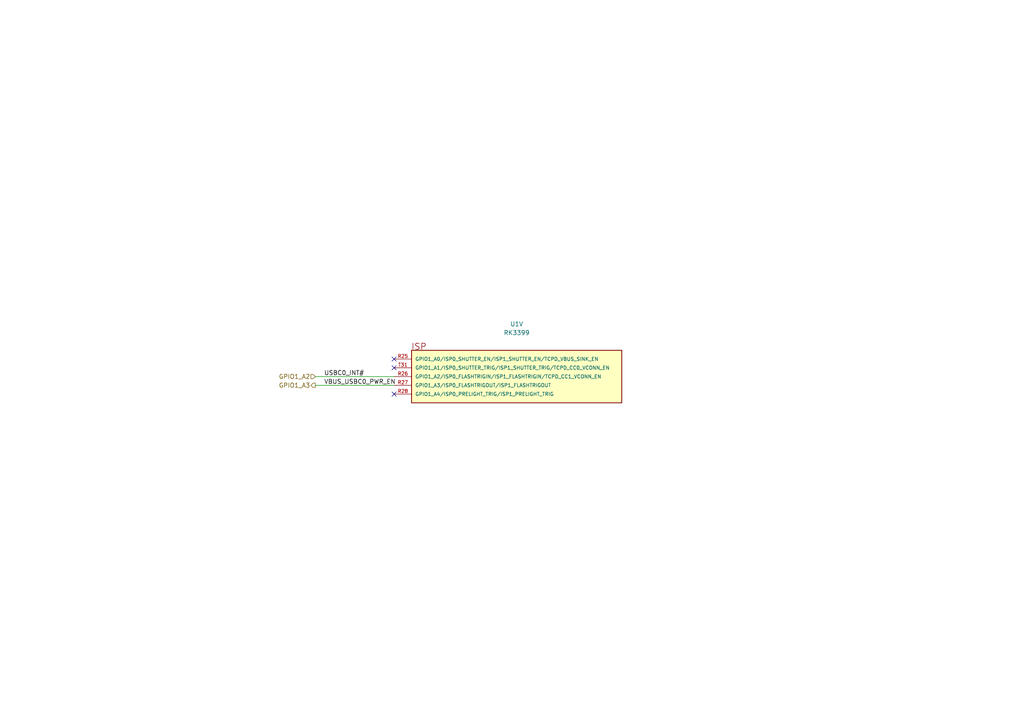
<source format=kicad_sch>
(kicad_sch (version 20250114) (generator "eeschema") (generator_version "9.0")
  (paper "A4")
  (title_block (title "CPU-RK3399 ISP Controller") (date "2026-01-14") (rev "1.0.0") (company "TickLab") (comment 1 "Project: VESA-SBC3399"))
  (lib_symbols
    (symbol "component_library:System On Chip (SoC)/RK3399" (pin_names (offset 1.016))
      (property "Reference" "U" (at -22.86 119.38 0))
      (property "Value" "RK3399" (at -18.4683 -124.354 0))
      (symbol "System On Chip (SoC)/RK3399_1_0"
        (text "Internal Logic Ground and Digital IO Ground" (at -30.48 116.84 0) (effects (font (size 1.7823 1.7823)) (justify left bottom)))
        (pin power_in line (at -20.32 114.3 0) (length 5.08) (name "VSS_1") (number "A1"))
        (pin power_in line (at -20.32 111.76 0) (length 5.08) (name "VSS_2") (number "A27"))
        (pin power_in line (at -20.32 109.22 0) (length 5.08) (name "VSS_3") (number "A31"))
        (pin power_in line (at -20.32 106.68 0) (length 5.08) (name "VSS_4") (number "AA3"))
        (pin power_in line (at -20.32 104.14 0) (length 5.08) (name "VSS_5") (number "AA5"))
        (pin power_in line (at -20.32 101.6 0) (length 5.08) (name "VSS_6") (number "AA9"))
        (pin power_in line (at -20.32 99.06 0) (length 5.08) (name "VSS_7") (number "AF18"))
        (pin power_in line (at -20.32 96.52 0) (length 5.08) (name "VSS_8") (number "Y3"))
        (pin power_in line (at -20.32 93.98 0) (length 5.08) (name "VSS_9") (number "AB9"))
        (pin power_in line (at -20.32 91.44 0) (length 5.08) (name "VSS_10") (number "AF20"))
        (pin power_in line (at -20.32 88.9 0) (length 5.08) (name "VSS_11") (number "AD22"))
        (pin power_in line (at -20.32 86.36 0) (length 5.08) (name "VSS_12") (number "AC22"))
        (pin power_in line (at -20.32 83.82 0) (length 5.08) (name "VSS_13") (number "AC20"))
        (pin power_in line (at -20.32 81.28 0) (length 5.08) (name "VSS_14") (number "AE23"))
        (pin power_in line (at -20.32 78.74 0) (length 5.08) (name "VSS_15") (number "Y10"))
        (pin power_in line (at -20.32 76.2 0) (length 5.08) (name "VSS_16") (number "AC3"))
        (pin power_in line (at -20.32 73.66 0) (length 5.08) (name "VSS_17") (number "AD3"))
        (pin power_in line (at -20.32 71.12 0) (length 5.08) (name "VSS_18") (number "AD5"))
        (pin power_in line (at -20.32 68.58 0) (length 5.08) (name "VSS_19") (number "AD10"))
        (pin power_in line (at -20.32 66.04 0) (length 5.08) (name "VSS_20") (number "AF9"))
        (pin power_in line (at -20.32 63.5 0) (length 5.08) (name "VSS_21") (number "AG2"))
        (pin power_in line (at -20.32 60.96 0) (length 5.08) (name "VSS_22") (number "AJ5"))
        (pin power_in line (at -20.32 58.42 0) (length 5.08) (name "VSS_23") (number "AL1"))
        (pin power_in line (at -20.32 55.88 0) (length 5.08) (name "VSS_24") (number "B5"))
        (pin power_in line (at -20.32 53.34 0) (length 5.08) (name "VSS_25") (number "C8"))
        (pin power_in line (at -20.32 50.8 0) (length 5.08) (name "VSS_26") (number "C9"))
        (pin power_in line (at -20.32 48.26 0) (length 5.08) (name "VSS_27") (number "C11"))
        (pin power_in line (at -20.32 45.72 0) (length 5.08) (name "VSS_28") (number "C12"))
        (pin power_in line (at -20.32 43.18 0) (length 5.08) (name "VSS_29") (number "C14"))
        (pin power_in line (at -20.32 40.64 0) (length 5.08) (name "VSS_30") (number "C15"))
        (pin power_in line (at -20.32 38.1 0) (length 5.08) (name "VSS_31") (number "C17"))
        (pin power_in line (at -20.32 35.56 0) (length 5.08) (name "VSS_32") (number "C18"))
        (pin power_in line (at -20.32 33.02 0) (length 5.08) (name "VSS_33") (number "C20"))
        (pin power_in line (at -20.32 30.48 0) (length 5.08) (name "VSS_34") (number "C21"))
        (pin power_in line (at -20.32 27.94 0) (length 5.08) (name "VSS_35") (number "C23"))
        (pin power_in line (at -20.32 25.4 0) (length 5.08) (name "VSS_36") (number "C24"))
        (pin power_in line (at -20.32 22.86 0) (length 5.08) (name "VSS_37") (number "C26"))
        (pin power_in line (at -20.32 20.32 0) (length 5.08) (name "VSS_38") (number "D5"))
        (pin power_in line (at -20.32 17.78 0) (length 5.08) (name "VSS_39") (number "E2"))
        (pin power_in line (at -20.32 15.24 0) (length 5.08) (name "VSS_40") (number "E4"))
        (pin power_in line (at -20.32 12.7 0) (length 5.08) (name "VSS_41") (number "E7"))
        (pin power_in line (at -20.32 10.16 0) (length 5.08) (name "VSS_42") (number "E12"))
        (pin power_in line (at -20.32 7.62 0) (length 5.08) (name "VSS_43") (number "E15"))
        (pin power_in line (at -20.32 5.08 0) (length 5.08) (name "VSS_44") (number "E18"))
        (pin power_in line (at -20.32 2.54 0) (length 5.08) (name "VSS_45") (number "E21"))
        (pin power_in line (at -20.32 0 0) (length 5.08) (name "VSS_46") (number "E24"))
        (pin power_in line (at -20.32 -2.54 0) (length 5.08) (name "VSS_47") (number "E31"))
        (pin power_in line (at -20.32 -5.08 0) (length 5.08) (name "VSS_48") (number "F8"))
        (pin power_in line (at -20.32 -7.62 0) (length 5.08) (name "VSS_49") (number "F15"))
        (pin power_in line (at -20.32 -10.16 0) (length 5.08) (name "VSS_50") (number "F18"))
        (pin power_in line (at -20.32 -12.7 0) (length 5.08) (name "VSS_51") (number "F20"))
        (pin power_in line (at -20.32 -15.24 0) (length 5.08) (name "VSS_52") (number "F21"))
        (pin power_in line (at -20.32 -17.78 0) (length 5.08) (name "VSS_53") (number "G5"))
        (pin power_in line (at -20.32 -20.32 0) (length 5.08) (name "VSS_54") (number "G9"))
        (pin power_in line (at -20.32 -22.86 0) (length 5.08) (name "VSS_55") (number "G18"))
        (pin power_in line (at -20.32 -25.4 0) (length 5.08) (name "VSS_56") (number "G27"))
        (pin power_in line (at -20.32 -27.94 0) (length 5.08) (name "VSS_57") (number "H3"))
        (pin power_in line (at -20.32 -30.48 0) (length 5.08) (name "VSS_58") (number "H9"))
        (pin power_in line (at -20.32 -33.02 0) (length 5.08) (name "VSS_59") (number "H10"))
        (pin power_in line (at -20.32 -35.56 0) (length 5.08) (name "VSS_60") (number "H11"))
        (pin power_in line (at -20.32 -38.1 0) (length 5.08) (name "VSS_61") (number "H12"))
        (pin power_in line (at -20.32 -40.64 0) (length 5.08) (name "VSS_62") (number "H13"))
        (pin power_in line (at -20.32 -43.18 0) (length 5.08) (name "VSS_63") (number "H15"))
        (pin power_in line (at -20.32 -45.72 0) (length 5.08) (name "VSS_64") (number "H16"))
        (pin power_in line (at -20.32 -48.26 0) (length 5.08) (name "VSS_65") (number "H17"))
        (pin power_in line (at -20.32 -50.8 0) (length 5.08) (name "VSS_66") (number "H18"))
        (pin power_in line (at -20.32 -53.34 0) (length 5.08) (name "VSS_67") (number "H26"))
        (pin power_in line (at -20.32 -55.88 0) (length 5.08) (name "VSS_68") (number "J3"))
        (pin power_in line (at -20.32 -58.42 0) (length 5.08) (name "VSS_69") (number "J6"))
        (pin power_in line (at -20.32 -60.96 0) (length 5.08) (name "VSS_70") (number "J7"))
        (pin power_in line (at -20.32 -63.5 0) (length 5.08) (name "VSS_71") (number "J8"))
        (pin power_in line (at -20.32 -66.04 0) (length 5.08) (name "VSS_72") (number "J9"))
        (pin power_in line (at -20.32 -68.58 0) (length 5.08) (name "VSS_73") (number "J10"))
        (pin power_in line (at -20.32 -71.12 0) (length 5.08) (name "VSS_74") (number "K8"))
        (pin power_in line (at -20.32 -73.66 0) (length 5.08) (name "VSS_75") (number "K9"))
        (pin power_in line (at -20.32 -76.2 0) (length 5.08) (name "VSS_76") (number "K10"))
        (pin power_in line (at -20.32 -78.74 0) (length 5.08) (name "VSS_77") (number "K12"))
        (pin power_in line (at -20.32 -81.28 0) (length 5.08) (name "VSS_78") (number "K14"))
        (pin power_in line (at -20.32 -83.82 0) (length 5.08) (name "VSS_79") (number "K16"))
        (pin power_in line (at -20.32 -86.36 0) (length 5.08) (name "VSS_80") (number "K18"))
        (pin power_in line (at -20.32 -88.9 0) (length 5.08) (name "VSS_81") (number "W21"))
        (pin power_in line (at -20.32 -91.44 0) (length 5.08) (name "VSS_82") (number "K20"))
        (pin power_in line (at -20.32 -93.98 0) (length 5.08) (name "VSS_83") (number "N19"))
        (pin power_in line (at -20.32 -96.52 0) (length 5.08) (name "VSS_84") (number "K22"))
        (pin power_in line (at -20.32 -99.06 0) (length 5.08) (name "VSS_85") (number "L3"))
        (pin power_in line (at -20.32 -101.6 0) (length 5.08) (name "VSS_86") (number "L6"))
        (pin power_in line (at -20.32 -104.14 0) (length 5.08) (name "VSS_87") (number "L8"))
        (pin power_in line (at -20.32 -106.68 0) (length 5.08) (name "VSS_88") (number "L11"))
        (pin power_in line (at -20.32 -109.22 0) (length 5.08) (name "VSS_89") (number "L12"))
        (pin power_in line (at -20.32 -111.76 0) (length 5.08) (name "VSS_90") (number "L13"))
        (pin power_in line (at 20.32 114.3 180) (length 5.08) (name "VSS_91") (number "L14"))
        (pin power_in line (at 20.32 111.76 180) (length 5.08) (name "VSS_92") (number "L15"))
        (pin power_in line (at 20.32 109.22 180) (length 5.08) (name "VSS_93") (number "L16"))
        (pin power_in line (at 20.32 106.68 180) (length 5.08) (name "VSS_94") (number "N17"))
        (pin power_in line (at 20.32 104.14 180) (length 5.08) (name "VSS_95") (number "Y17"))
        (pin power_in line (at 20.32 101.6 180) (length 5.08) (name "VSS_96") (number "L20"))
        (pin power_in line (at 20.32 99.06 180) (length 5.08) (name "VSS_97") (number "L22"))
        (pin power_in line (at 20.32 96.52 180) (length 5.08) (name "VSS_98") (number "N21"))
        (pin power_in line (at 20.32 93.98 180) (length 5.08) (name "VSS_99") (number "L27"))
        (pin power_in line (at 20.32 91.44 180) (length 5.08) (name "VSS_100") (number "M3"))
        (pin power_in line (at 20.32 88.9 180) (length 5.08) (name "VSS_101") (number "M8"))
        (pin power_in line (at 20.32 86.36 180) (length 5.08) (name "VSS_102") (number "M10"))
        (pin power_in line (at 20.32 83.82 180) (length 5.08) (name "VSS_103") (number "M16"))
        (pin power_in line (at 20.32 81.28 180) (length 5.08) (name "VSS_104") (number "M23"))
        (pin power_in line (at 20.32 78.74 180) (length 5.08) (name "VSS_105") (number "N8"))
        (pin power_in line (at 20.32 76.2 180) (length 5.08) (name "VSS_106") (number "P11"))
        (pin power_in line (at 20.32 73.66 180) (length 5.08) (name "VSS_107") (number "P12"))
        (pin power_in line (at 20.32 71.12 180) (length 5.08) (name "VSS_108") (number "N13"))
        (pin power_in line (at 20.32 68.58 180) (length 5.08) (name "VSS_109") (number "N14"))
        (pin power_in line (at 20.32 66.04 180) (length 5.08) (name "VSS_110") (number "N15"))
        (pin power_in line (at 20.32 63.5 180) (length 5.08) (name "VSS_111") (number "N16"))
        (pin power_in line (at 20.32 60.96 180) (length 5.08) (name "VSS_112") (number "P3"))
        (pin power_in line (at 20.32 58.42 180) (length 5.08) (name "VSS_113") (number "P6"))
        (pin power_in line (at 20.32 55.88 180) (length 5.08) (name "VSS_114") (number "P7"))
        (pin power_in line (at 20.32 53.34 180) (length 5.08) (name "VSS_115") (number "P8"))
        (pin power_in line (at 20.32 50.8 180) (length 5.08) (name "VSS_116") (number "P10"))
        (pin power_in line (at 20.32 48.26 180) (length 5.08) (name "VSS_117") (number "P16"))
        (pin power_in line (at 20.32 45.72 180) (length 5.08) (name "VSS_118") (number "Y16"))
        (pin power_in line (at 20.32 43.18 180) (length 5.08) (name "VSS_119") (number "P19"))
        (pin power_in line (at 20.32 40.64 180) (length 5.08) (name "VSS_120") (number "R21"))
        (pin power_in line (at 20.32 38.1 180) (length 5.08) (name "VSS_121") (number "P21"))
        (pin power_in line (at 20.32 35.56 180) (length 5.08) (name "VSS_122") (number "T19"))
        (pin power_in line (at 20.32 33.02 180) (length 5.08) (name "VSS_123") (number "R3"))
        (pin power_in line (at 20.32 30.48 180) (length 5.08) (name "VSS_124") (number "R5"))
        (pin power_in line (at 20.32 27.94 180) (length 5.08) (name "VSS_125") (number "R6"))
        (pin power_in line (at 20.32 25.4 180) (length 5.08) (name "VSS_126") (number "U11"))
        (pin power_in line (at 20.32 22.86 180) (length 5.08) (name "VSS_127") (number "U12"))
        (pin power_in line (at 20.32 20.32 180) (length 5.08) (name "VSS_128") (number "W13"))
        (pin power_in line (at 20.32 17.78 180) (length 5.08) (name "VSS_129") (number "R14"))
        (pin power_in line (at 20.32 15.24 180) (length 5.08) (name "VSS_130") (number "R15"))
        (pin power_in line (at 20.32 12.7 180) (length 5.08) (name "VSS_131") (number "R16"))
        (pin power_in line (at 20.32 10.16 180) (length 5.08) (name "VSS_132") (number "AC21"))
        (pin power_in line (at 20.32 7.62 180) (length 5.08) (name "VSS_133") (number "R23"))
        (pin power_in line (at 20.32 5.08 180) (length 5.08) (name "VSS_134") (number "T8"))
        (pin power_in line (at 20.32 2.54 180) (length 5.08) (name "VSS_135") (number "T10"))
        (pin power_in line (at 20.32 0 180) (length 5.08) (name "VSS_136") (number "Y12"))
        (pin power_in line (at 20.32 -2.54 180) (length 5.08) (name "VSS_137") (number "U14"))
        (pin power_in line (at 20.32 -5.08 180) (length 5.08) (name "VSS_138") (number "T16"))
        (pin power_in line (at 20.32 -7.62 180) (length 5.08) (name "VSS_139") (number "T21"))
        (pin power_in line (at 20.32 -10.16 180) (length 5.08) (name "VSS_140") (number "AB19"))
        (pin power_in line (at 20.32 -12.7 180) (length 5.08) (name "VSS_141") (number "U3"))
        (pin power_in line (at 20.32 -15.24 180) (length 5.08) (name "VSS_142") (number "U8"))
        (pin power_in line (at 20.32 -17.78 180) (length 5.08) (name "VSS_143") (number "U15"))
        (pin power_in line (at 20.32 -20.32 180) (length 5.08) (name "VSS_144") (number "U16"))
        (pin power_in line (at 20.32 -22.86 180) (length 5.08) (name "VSS_145") (number "AC18"))
        (pin power_in line (at 20.32 -25.4 180) (length 5.08) (name "VSS_146") (number "U19"))
        (pin power_in line (at 20.32 -27.94 180) (length 5.08) (name "VSS_147") (number "U21"))
        (pin power_in line (at 20.32 -30.48 180) (length 5.08) (name "VSS_148") (number "V17"))
        (pin power_in line (at 20.32 -33.02 180) (length 5.08) (name "VSS_149") (number "U22"))
        (pin power_in line (at 20.32 -35.56 180) (length 5.08) (name "VSS_150") (number "U29"))
        (pin power_in line (at 20.32 -38.1 180) (length 5.08) (name "VSS_151") (number "V3"))
        (pin power_in line (at 20.32 -40.64 180) (length 5.08) (name "VSS_152") (number "V5"))
        (pin power_in line (at 20.32 -43.18 180) (length 5.08) (name "VSS_153") (number "V8"))
        (pin power_in line (at 20.32 -45.72 180) (length 5.08) (name "VSS_154") (number "V10"))
        (pin power_in line (at 20.32 -48.26 180) (length 5.08) (name "VSS_155") (number "Y11"))
        (pin power_in line (at 20.32 -50.8 180) (length 5.08) (name "VSS_156") (number "Y14"))
        (pin power_in line (at 20.32 -53.34 180) (length 5.08) (name "VSS_157") (number "Y15"))
        (pin power_in line (at 20.32 -55.88 180) (length 5.08) (name "VSS_158") (number "W22"))
        (pin power_in line (at 20.32 -58.42 180) (length 5.08) (name "VSS_159") (number "W17"))
        (pin power_in line (at 20.32 -60.96 180) (length 5.08) (name "VSS_160") (number "W30"))
        (pin power_in line (at 20.32 -63.5 180) (length 5.08) (name "VSS_161") (number "W8"))
        (pin power_in line (at 20.32 -66.04 180) (length 5.08) (name "VSS_162") (number "W9"))
        (pin power_in line (at 20.32 -68.58 180) (length 5.08) (name "VSS_163") (number "AD21"))
        (pin power_in line (at 20.32 -71.12 180) (length 5.08) (name "VSS_164") (number "Y13"))
        (pin power_in line (at 20.32 -73.66 180) (length 5.08) (name "VSS_165") (number "R18"))
        (pin power_in line (at 20.32 -76.2 180) (length 5.08) (name "VSS_166") (number "Y9"))
        (pin power_in line (at 20.32 -78.74 180) (length 5.08) (name "VSS_167") (number "W19"))
        (pin power_in line (at 20.32 -81.28 180) (length 5.08) (name "VSS_168") (number "T18"))
        (pin power_in line (at 20.32 -83.82 180) (length 5.08) (name "VSS_169") (number "W18"))
        (pin power_in line (at 20.32 -86.36 180) (length 5.08) (name "VSS_170") (number "Y20"))
        (pin power_in line (at 20.32 -88.9 180) (length 5.08) (name "VSS_171") (number "AJ28"))
        (pin power_in line (at 20.32 -91.44 180) (length 5.08) (name "VSS_172") (number "AJ21"))
        (pin power_in line (at 20.32 -93.98 180) (length 5.08) (name "VSS_173") (number "AJ23"))
        (pin power_in line (at 20.32 -96.52 180) (length 5.08) (name "VSS_174") (number "AJ24"))
        (pin power_in line (at 20.32 -99.06 180) (length 5.08) (name "VSS_175") (number "AJ26"))
        (pin power_in line (at 20.32 -101.6 180) (length 5.08) (name "VSS_176") (number "AJ27"))
        (pin power_in line (at 20.32 -104.14 180) (length 5.08) (name "VSS_177") (number "AA13"))
        (pin power_in line (at 20.32 -106.68 180) (length 5.08) (name "VSS_178") (number "AL31"))
        (pin power_in line (at 20.32 -109.22 180) (length 5.08) (name "VSS_179") (number "AA10"))
        (pin power_in line (at 20.32 -111.76 180) (length 5.08) (name "VSS_180") (number "AJ20"))
      )
      (symbol "System On Chip (SoC)/RK3399_2_0"
        (text "Analog Ground" (at -15.3236 48.4013 0) (effects (font (size 1.784 1.784)) (justify left bottom)))
        (pin power_in line (at -20.32 43.18 0) (length 5.08) (name "AVSS_1") (number "Y23"))
        (pin power_in line (at -20.32 40.64 0) (length 5.08) (name "AVSS_2") (number "AF23"))
        (pin power_in line (at -20.32 38.1 0) (length 5.08) (name "AVSS_3") (number "AF24"))
        (pin power_in line (at -20.32 35.56 0) (length 5.08) (name "AVSS_4") (number "AA23"))
        (pin power_in line (at -20.32 33.02 0) (length 5.08) (name "AVSS_5") (number "AB23"))
        (pin power_in line (at -20.32 30.48 0) (length 5.08) (name "AVSS_6") (number "AA26"))
        (pin power_in line (at -20.32 27.94 0) (length 5.08) (name "AVSS_7") (number "AA29"))
        (pin power_in line (at -20.32 25.4 0) (length 5.08) (name "AVSS_8") (number "AB11"))
        (pin power_in line (at -20.32 22.86 0) (length 5.08) (name "AVSS_9") (number "AB13"))
        (pin power_in line (at -20.32 20.32 0) (length 5.08) (name "AVSS_10") (number "AC15"))
        (pin power_in line (at -20.32 17.78 0) (length 5.08) (name "AVSS_11") (number "AD13"))
        (pin power_in line (at -20.32 15.24 0) (length 5.08) (name "AVSS_12") (number "AB10"))
        (pin power_in line (at -20.32 12.7 0) (length 5.08) (name "AVSS_13") (number "AA11"))
        (pin power_in line (at -20.32 10.16 0) (length 5.08) (name "AVSS_14") (number "AC26"))
        (pin power_in line (at -20.32 7.62 0) (length 5.08) (name "AVSS_15") (number "AC29"))
        (pin power_in line (at -20.32 5.08 0) (length 5.08) (name "AVSS_16") (number "AD17"))
        (pin power_in line (at -20.32 2.54 0) (length 5.08) (name "AVSS_17") (number "AA12"))
        (pin power_in line (at -20.32 0 0) (length 5.08) (name "AVSS_18") (number "AC16"))
        (pin power_in line (at -20.32 -2.54 0) (length 5.08) (name "AVSS_19") (number "AC23"))
        (pin power_in line (at -20.32 -5.08 0) (length 5.08) (name "AVSS_20") (number "AD29"))
        (pin power_in line (at -20.32 -7.62 0) (length 5.08) (name "AVSS_21") (number "AE11"))
        (pin power_in line (at -20.32 -10.16 0) (length 5.08) (name "AVSS_22") (number "AE12"))
        (pin power_in line (at -20.32 -12.7 0) (length 5.08) (name "AVSS_23") (number "AE14"))
        (pin power_in line (at -20.32 -15.24 0) (length 5.08) (name "AVSS_24") (number "AE17"))
        (pin power_in line (at -20.32 -17.78 0) (length 5.08) (name "AVSS_25") (number "AE27"))
        (pin power_in line (at -20.32 -20.32 0) (length 5.08) (name "AVSS_26") (number "AA14"))
        (pin power_in line (at -20.32 -22.86 0) (length 5.08) (name "AVSS_27") (number "AF17"))
        (pin power_in line (at -20.32 -25.4 0) (length 5.08) (name "AVSS_28") (number "AF29"))
        (pin power_in line (at -20.32 -27.94 0) (length 5.08) (name "AVSS_29") (number "AG29"))
        (pin power_in line (at -20.32 -30.48 0) (length 5.08) (name "AVSS_30") (number "AH29"))
        (pin power_in line (at -20.32 -33.02 0) (length 5.08) (name "AVSS_31") (number "AJ6"))
        (pin power_in line (at -20.32 -35.56 0) (length 5.08) (name "AVSS_32") (number "AJ8"))
        (pin power_in line (at -20.32 -38.1 0) (length 5.08) (name "AVSS_33") (number "AJ9"))
        (pin power_in line (at -20.32 -40.64 0) (length 5.08) (name "AVSS_34") (number "AJ11"))
        (pin power_in line (at -20.32 -43.18 0) (length 5.08) (name "AVSS_35") (number "AJ12"))
        (pin power_in line (at 20.32 43.18 180) (length 5.08) (name "AVSS_36") (number "AJ14"))
        (pin power_in line (at 20.32 40.64 180) (length 5.08) (name "AVSS_37") (number "AJ15"))
        (pin power_in line (at 20.32 38.1 180) (length 5.08) (name "AVSS_38") (number "AJ17"))
        (pin power_in line (at 20.32 35.56 180) (length 5.08) (name "AVSS_39") (number "AJ18"))
        (pin power_in line (at 20.32 33.02 180) (length 5.08) (name "AVSS_40") (number "AD26"))
        (pin power_in line (at 20.32 30.48 180) (length 5.08) (name "AVSS_41") (number "AB16"))
        (pin power_in line (at 20.32 27.94 180) (length 5.08) (name "AVSS_42") (number "AB15"))
        (pin power_in line (at 20.32 25.4 180) (length 5.08) (name "AVSS_43") (number "AC17"))
        (pin power_in line (at 20.32 22.86 180) (length 5.08) (name "AVSS_44") (number "AC11"))
        (pin power_in line (at 20.32 20.32 180) (length 5.08) (name "AVSS_45") (number "AC13"))
        (pin power_in line (at 20.32 17.78 180) (length 5.08) (name "AVSS_46") (number "W23"))
        (pin power_in line (at 20.32 15.24 180) (length 5.08) (name "AVSS_47") (number "AJ29"))
        (pin power_in line (at 20.32 12.7 180) (length 5.08) (name "AVSS_48") (number "Y29"))
        (pin power_in line (at 20.32 10.16 180) (length 5.08) (name "AVSS_49") (number "U23"))
        (pin power_in line (at 20.32 7.62 180) (length 5.08) (name "AVSS_50") (number "V23"))
        (pin power_in line (at 20.32 5.08 180) (length 5.08) (name "AVSS_51") (number "AC25"))
        (pin power_in line (at 20.32 2.54 180) (length 5.08) (name "AVSS_52") (number "AB17"))
        (pin power_in line (at 20.32 0 180) (length 5.08) (name "AVSS_53") (number "AA15"))
        (pin power_in line (at 20.32 -7.62 180) (length 5.08) (name "EDP_AVSS_1") (number "B31"))
        (pin power_in line (at 20.32 -10.16 180) (length 5.08) (name "EDP_AVSS_2") (number "C28"))
        (pin power_in line (at 20.32 -12.7 180) (length 5.08) (name "EDP_AVSS_3") (number "C29"))
        (pin power_in line (at 20.32 -15.24 180) (length 5.08) (name "EDP_AVSS_4") (number "D29"))
        (pin power_in line (at 20.32 -17.78 180) (length 5.08) (name "EDP_AVSS_5") (number "H19"))
        (pin power_in line (at 20.32 -20.32 180) (length 5.08) (name "EDP_AVSS_6") (number "J21"))
        (pin power_in line (at 20.32 -30.48 180) (length 5.08) (name "PLL_AVSS") (number "P17"))
      )
      (symbol "System On Chip (SoC)/RK3399_3_0"
        (text "Internal Center Logic Power" (at -17.78 7.62 0) (effects (font (size 1.7808 1.7808)) (justify left bottom)))
        (pin power_in line (at -25.4 5.08 0) (length 5.08) (name "CENTERLOGIC_VDD_1") (number "M11"))
        (pin power_in line (at -25.4 2.54 0) (length 5.08) (name "CENTERLOGIC_VDD_2") (number "M12"))
        (pin power_in line (at -25.4 0 0) (length 5.08) (name "CENTERLOGIC_VDD_3") (number "M13"))
        (pin power_in line (at -25.4 -2.54 0) (length 5.08) (name "CENTERLOGIC_VDD_4") (number "M14"))
        (pin power_in line (at -25.4 -5.08 0) (length 5.08) (name "CENTERLOGIC_VDD_5") (number "M15"))
        (pin power_in line (at 25.4 5.08 180) (length 5.08) (name "CENTERLOGIC_VDD_6") (number "N11"))
        (pin power_in line (at 25.4 2.54 180) (length 5.08) (name "CENTERLOGIC_VDD_7") (number "N12"))
        (pin power_in line (at 25.4 0 180) (length 5.08) (name "CENTERLOGIC_VDD_8") (number "P13"))
        (pin power_in line (at 25.4 -2.54 180) (length 5.08) (name "CENTERLOGIC_VDD_9") (number "P14"))
        (pin power_in line (at 25.4 -5.08 180) (length 5.08) (name "CENTERLOGIC_VDD_10") (number "P15"))
      )
      (symbol "System On Chip (SoC)/RK3399_4_0"
        (text "Internal GPU Power" (at -15.3324 15.3417 0) (effects (font (size 1.7843 1.7843)) (justify left bottom)))
        (pin power_in line (at -20.32 12.7 0) (length 5.08) (name "GPU_VDD_1") (number "W11"))
        (pin power_in line (at -20.32 10.16 0) (length 5.08) (name "GPU_VDD_2") (number "W12"))
        (pin power_in line (at -20.32 7.62 0) (length 5.08) (name "GPU_VDD_3") (number "W14"))
        (pin power_in line (at -20.32 5.08 0) (length 5.08) (name "GPU_VDD_4") (number "V15"))
        (pin power_in line (at -20.32 2.54 0) (length 5.08) (name "GPU_VDD_5") (number "V14"))
        (pin power_in line (at -20.32 0 0) (length 5.08) (name "GPU_VDD_6") (number "V13"))
        (pin power_in line (at -20.32 -2.54 0) (length 5.08) (name "GPU_VDD_7") (number "U13"))
        (pin power_in line (at -20.32 -5.08 0) (length 5.08) (name "GPU_VDD_8") (number "R11"))
        (pin power_in line (at -20.32 -7.62 0) (length 5.08) (name "GPU_VDD_9") (number "R12"))
        (pin power_in line (at -20.32 -10.16 0) (length 5.08) (name "GPU_VDD_10") (number "T11"))
        (pin power_in line (at 20.32 12.7 180) (length 5.08) (name "GPU_VDD_11") (number "T12"))
        (pin power_in line (at 20.32 10.16 180) (length 5.08) (name "GPU_VDD_12") (number "T13"))
        (pin power_in line (at 20.32 7.62 180) (length 5.08) (name "GPU_VDD_13") (number "R13"))
        (pin power_in line (at 20.32 5.08 180) (length 5.08) (name "GPU_VDD_14") (number "T14"))
        (pin power_in line (at 20.32 2.54 180) (length 5.08) (name "GPU_VDD_15") (number "V11"))
        (pin power_in line (at 20.32 0 180) (length 5.08) (name "GPU_VDD_16") (number "V12"))
        (pin power_in line (at 20.32 -2.54 180) (length 5.08) (name "GPU_VDD_17") (number "V16"))
        (pin power_in line (at 20.32 -5.08 180) (length 5.08) (name "GPU_VDD_18") (number "W16"))
        (pin power_in line (at 20.32 -7.62 180) (length 5.08) (name "GPU_VDD_19") (number "W15"))
        (pin power_in line (at 20.32 -10.16 180) (length 5.08) (name "GPU_VDD_20") (number "W10"))
        (pin power_out line (at 20.32 -12.7 180) (length 5.08) (name "GPU_VDD_COM") (number "T15"))
      )
      (symbol "System On Chip (SoC)/RK3399_5_0"
        (text "Internal BIG CPU A72 Power" (at -17.78 10.16 0) (effects (font (size 1.7837 1.7837)) (justify left bottom)))
        (pin power_in line (at -20.32 7.62 0) (length 5.08) (name "BIGCPU_VDD_1") (number "L19"))
        (pin power_in line (at -20.32 5.08 0) (length 5.08) (name "BIGCPU_VDD_2") (number "L21"))
        (pin power_in line (at -20.32 2.54 0) (length 5.08) (name "BIGCPU_VDD_3") (number "M18"))
        (pin power_in line (at -20.32 0 0) (length 5.08) (name "BIGCPU_VDD_4") (number "M19"))
        (pin power_in line (at -20.32 -2.54 0) (length 5.08) (name "BIGCPU_VDD_5") (number "M20"))
        (pin power_in line (at -20.32 -5.08 0) (length 5.08) (name "BIGCPU_VDD_6") (number "M21"))
        (pin power_in line (at -20.32 -7.62 0) (length 5.08) (name "BIGCPU_VDD_7") (number "M22"))
        (pin power_in line (at 20.32 7.62 180) (length 5.08) (name "BIGCPU_VDD_8") (number "L18"))
        (pin power_in line (at 20.32 5.08 180) (length 5.08) (name "BIGCPU_VDD_9") (number "N22"))
        (pin power_in line (at 20.32 2.54 180) (length 5.08) (name "BIGCPU_VDD_10") (number "N20"))
        (pin power_in line (at 20.32 0 180) (length 5.08) (name "BIGCPU_VDD_11") (number "L23"))
        (pin power_in line (at 20.32 -2.54 180) (length 5.08) (name "BIGCPU_VDD_12") (number "K19"))
        (pin power_in line (at 20.32 -5.08 180) (length 5.08) (name "BIGCPU_VDD_13") (number "K21"))
        (pin power_out line (at 20.32 -7.62 180) (length 5.08) (name "BIGCPU_VDD_COM") (number "N18"))
      )
      (symbol "System On Chip (SoC)/RK3399_6_0"
        (text "Internal Logic Power" (at -15.24 10.16 0) (effects (font (size 1.7838 1.7838)) (justify left bottom)))
        (pin power_in line (at -20.32 7.62 0) (length 5.08) (name "LOGIC_VDD_1") (number "V22"))
        (pin power_in line (at -20.32 5.08 0) (length 5.08) (name "LOGIC_VDD_2") (number "V21"))
        (pin power_in line (at -20.32 2.54 0) (length 5.08) (name "LOGIC_VDD_3") (number "V20"))
        (pin power_in line (at -20.32 0 0) (length 5.08) (name "LOGIC_VDD_4") (number "V19"))
        (pin power_in line (at -20.32 -2.54 0) (length 5.08) (name "LOGIC_VDD_5") (number "V18"))
        (pin power_in line (at -20.32 -5.08 0) (length 5.08) (name "LOGIC_VDD_6") (number "W20"))
        (pin power_in line (at 20.32 7.62 180) (length 5.08) (name "LOGIC_VDD_7") (number "U18"))
        (pin power_in line (at 20.32 5.08 180) (length 5.08) (name "LOGIC_VDD_8") (number "U17"))
        (pin power_in line (at 20.32 2.54 180) (length 5.08) (name "LOGIC_VDD_9") (number "M17"))
        (pin power_in line (at 20.32 0 180) (length 5.08) (name "LOGIC_VDD_10") (number "L17"))
        (pin power_in line (at 20.32 -2.54 180) (length 5.08) (name "LOGIC_VDD_11") (number "T17"))
        (pin power_in line (at 20.32 -5.08 180) (length 5.08) (name "LOGIC_VDD_12") (number "U20"))
      )
      (symbol "System On Chip (SoC)/RK3399_7_0"
        (text "Internal LITTLE CPU A53 Power" (at -20.4095 5.1351 0) (effects (font (size 1.7835 1.7835)) (justify left bottom)))
        (pin power_in line (at -20.32 2.54 0) (length 5.08) (name "LITCPU_VDD_1") (number "P20"))
        (pin power_in line (at -20.32 0 0) (length 5.08) (name "LITCPU_VDD_2") (number "R19"))
        (pin power_in line (at -20.32 -2.54 0) (length 5.08) (name "LITCPU_VDD_3") (number "R20"))
        (pin power_in line (at -20.32 -5.08 0) (length 5.08) (name "LITCPU_VDD_4") (number "P22"))
        (pin power_in line (at 20.32 2.54 180) (length 5.08) (name "LITCPU_VDD_5") (number "T22"))
        (pin power_in line (at 20.32 0 180) (length 5.08) (name "LITCPU_VDD_6") (number "T20"))
        (pin power_in line (at 20.32 -2.54 180) (length 5.08) (name "LITCPU_VDD_7") (number "R22"))
      )
      (symbol "System On Chip (SoC)/RK3399_8_0"
        (text "PCIe differential data I/O signals" (at -20.4082 22.9382 0) (effects (font (size 1.7834 1.7834)) (justify left bottom)))
        (pin input line (at -25.4 20.32 0) (length 5.08) (name "PCIE_RX0_P") (number "AF30"))
        (pin input line (at -25.4 17.78 0) (length 5.08) (name "PCIE_RX0_N") (number "AF31"))
        (pin input line (at -25.4 12.7 0) (length 5.08) (name "PCIE_RX1_P") (number "AH30"))
        (pin input line (at -25.4 10.16 0) (length 5.08) (name "PCIE_RX1_N") (number "AH31"))
        (pin input line (at -25.4 5.08 0) (length 5.08) (name "PCIE_RX2_P") (number "AC27"))
        (pin input line (at -25.4 2.54 0) (length 5.08) (name "PCIE_RX2_N") (number "AC28"))
        (pin input line (at -25.4 -2.54 0) (length 5.08) (name "PCIE_RX3_P") (number "AF27"))
        (pin input line (at -25.4 -5.08 0) (length 5.08) (name "PCIE_RX3_N") (number "AF28"))
        (pin input clock (at -25.4 -10.16 0) (length 5.08) (name "GPIO4_D0/PCIE_CLKREQNB") (number "AE6"))
        (pin power_in line (at 25.4 20.32 180) (length 5.08) (name "PCIE_AVDD_0V9") (number "W24"))
        (pin power_in line (at 25.4 17.78 180) (length 5.08) (name "PCIE_AVDD_1V8") (number "Y24"))
        (pin output line (at 25.4 12.7 180) (length 5.08) (name "PCIE_TX0_P") (number "AE30"))
        (pin output line (at 25.4 10.16 180) (length 5.08) (name "PCIE_TX0_N") (number "AE31"))
        (pin output line (at 25.4 5.08 180) (length 5.08) (name "PCIE_TX1_P") (number "AG30"))
        (pin output line (at 25.4 2.54 180) (length 5.08) (name "PCIE_TX1_N") (number "AG31"))
        (pin output line (at 25.4 -2.54 180) (length 5.08) (name "PCIE_TX2_P") (number "AA27"))
        (pin output line (at 25.4 -5.08 180) (length 5.08) (name "PCIE_TX2_N") (number "AA28"))
        (pin output line (at 25.4 -10.16 180) (length 5.08) (name "PCIE_TX3_P") (number "AD27"))
        (pin output line (at 25.4 -12.7 180) (length 5.08) (name "PCIE_TX3_N") (number "AD28"))
        (pin output line (at 25.4 -17.78 180) (length 5.08) (name "PCIE_RCLK_100M_N") (number "AD30"))
        (pin output line (at 25.4 -20.32 180) (length 5.08) (name "PCIE_RCLK_100M_P") (number "AD31"))
      )
      (symbol "System On Chip (SoC)/RK3399_9_0"
        (text "DDRC0" (at -20.4006 73.8062 0) (effects (font (size 1.7827 1.7827)) (justify left bottom)))
        (pin bidirectional line (at -25.4 71.12 0) (length 5.08) (name "DDR0_DQ0") (number "AB2"))
        (pin bidirectional line (at -25.4 68.58 0) (length 5.08) (name "DDR0_DQ1") (number "AB1"))
        (pin bidirectional line (at -25.4 66.04 0) (length 5.08) (name "DDR0_DQ2") (number "AA2"))
        (pin bidirectional line (at -25.4 63.5 0) (length 5.08) (name "DDR0_DQ3") (number "AA1"))
        (pin bidirectional line (at -25.4 60.96 0) (length 5.08) (name "DDR0_DQ4") (number "Y2"))
        (pin bidirectional line (at -25.4 58.42 0) (length 5.08) (name "DDR0_DQ5") (number "Y1"))
        (pin bidirectional line (at -25.4 55.88 0) (length 5.08) (name "DDR0_DQ6") (number "W1"))
        (pin bidirectional line (at -25.4 53.34 0) (length 5.08) (name "DDR0_DQ7") (number "W2"))
        (pin bidirectional line (at -25.4 50.8 0) (length 5.08) (name "DDR0_DQ8") (number "AF2"))
        (pin bidirectional line (at -25.4 48.26 0) (length 5.08) (name "DDR0_DQ9") (number "AE2"))
        (pin bidirectional line (at -25.4 45.72 0) (length 5.08) (name "DDR0_DQ10") (number "AF1"))
        (pin bidirectional line (at -25.4 43.18 0) (length 5.08) (name "DDR0_DQ11") (number "AD2"))
        (pin bidirectional line (at -25.4 40.64 0) (length 5.08) (name "DDR0_DQ12") (number "AE1"))
        (pin bidirectional line (at -25.4 38.1 0) (length 5.08) (name "DDR0_DQ13") (number "AD1"))
        (pin bidirectional line (at -25.4 35.56 0) (length 5.08) (name "DDR0_DQ14") (number "AC1"))
        (pin bidirectional line (at -25.4 33.02 0) (length 5.08) (name "DDR0_DQ15") (number "AC2"))
        (pin bidirectional line (at -25.4 30.48 0) (length 5.08) (name "DDR0_DQ16") (number "V1"))
        (pin bidirectional line (at -25.4 27.94 0) (length 5.08) (name "DDR0_DQ17") (number "V2"))
        (pin bidirectional line (at -25.4 25.4 0) (length 5.08) (name "DDR0_DQ18") (number "U1"))
        (pin bidirectional line (at -25.4 22.86 0) (length 5.08) (name "DDR0_DQ19") (number "U2"))
        (pin bidirectional line (at -25.4 20.32 0) (length 5.08) (name "DDR0_DQ20") (number "T1"))
        (pin bidirectional line (at -25.4 17.78 0) (length 5.08) (name "DDR0_DQ21") (number "T2"))
        (pin bidirectional line (at -25.4 15.24 0) (length 5.08) (name "DDR0_DQ22") (number "R2"))
        (pin bidirectional line (at -25.4 12.7 0) (length 5.08) (name "DDR0_DQ23") (number "R1"))
        (pin bidirectional line (at -25.4 10.16 0) (length 5.08) (name "DDR0_DQ24") (number "P1"))
        (pin bidirectional line (at -25.4 7.62 0) (length 5.08) (name "DDR0_DQ25") (number "P2"))
        (pin bidirectional line (at -25.4 5.08 0) (length 5.08) (name "DDR0_DQ26") (number "N1"))
        (pin bidirectional line (at -25.4 2.54 0) (length 5.08) (name "DDR0_DQ27") (number "M1"))
        (pin bidirectional line (at -25.4 0 0) (length 5.08) (name "DDR0_DQ28") (number "N2"))
        (pin bidirectional line (at -25.4 -2.54 0) (length 5.08) (name "DDR0_DQ29") (number "L1"))
        (pin bidirectional line (at -25.4 -5.08 0) (length 5.08) (name "DDR0_DQ30") (number "M2"))
        (pin bidirectional line (at -25.4 -7.62 0) (length 5.08) (name "DDR0_DQ31") (number "L2"))
        (pin bidirectional line (at -25.4 -15.24 0) (length 5.08) (name "DDR0_DQS0P") (number "Y4"))
        (pin bidirectional line (at -25.4 -17.78 0) (length 5.08) (name "DDR0_DQS0N") (number "AA4"))
        (pin bidirectional line (at -25.4 -20.32 0) (length 5.08) (name "DDR0_DQS1P") (number "AC4"))
        (pin bidirectional line (at -25.4 -22.86 0) (length 5.08) (name "DDR0_DQS1N") (number "AD4"))
        (pin bidirectional line (at -25.4 -25.4 0) (length 5.08) (name "DDR0_DQS2P") (number "U4"))
        (pin bidirectional line (at -25.4 -27.94 0) (length 5.08) (name "DDR0_DQS2N") (number "V4"))
        (pin bidirectional line (at -25.4 -30.48 0) (length 5.08) (name "DDR0_DQS3P") (number "P4"))
        (pin bidirectional line (at -25.4 -33.02 0) (length 5.08) (name "DDR0_DQS3N") (number "R4"))
        (pin bidirectional line (at -25.4 -38.1 0) (length 5.08) (name "DDR0_PZQ") (number "R7"))
        (pin power_in line (at -25.4 -58.42 0) (length 5.08) (name "DDR0PLL_AVDD_0V9") (number "R8"))
        (pin power_in line (at -25.4 -60.96 0) (length 5.08) (name "DDR0_CLK_VDD") (number "M7"))
        (pin power_in line (at -25.4 -63.5 0) (length 5.08) (name "DDR0_VDD_1") (number "L9"))
        (pin power_in line (at -25.4 -66.04 0) (length 5.08) (name "DDR0_VDD_2") (number "L10"))
        (pin power_in line (at -25.4 -68.58 0) (length 5.08) (name "DDR0_VDD_3") (number "M9"))
        (pin power_in line (at -25.4 -71.12 0) (length 5.08) (name "DDR0_VDD_4") (number "N9"))
        (pin power_in line (at -25.4 -73.66 0) (length 5.08) (name "DDR0_VDD_5") (number "N10"))
        (pin power_in line (at -25.4 -76.2 0) (length 5.08) (name "DDR0_VDD_6") (number "P9"))
        (pin power_in line (at -25.4 -78.74 0) (length 5.08) (name "DDR0_VDD_7") (number "R9"))
        (pin output line (at 25.4 71.12 180) (length 5.08) (name "DDR0_CLK0P") (number "H4"))
        (pin output line (at 25.4 68.58 180) (length 5.08) (name "DDR0_CLK0N") (number "J4"))
        (pin output line (at 25.4 66.04 180) (length 5.08) (name "DDR0_CLK1P") (number "H5"))
        (pin output line (at 25.4 63.5 180) (length 5.08) (name "DDR0_CLK1N") (number "J5"))
        (pin output line (at 25.4 58.42 180) (length 5.08) (name "DDR0_RESETN") (number "L7"))
        (pin output line (at 25.4 55.88 180) (length 5.08) (name "DDR0_RASN") (number "F3"))
        (pin output line (at 25.4 53.34 180) (length 5.08) (name "DDR0_CASN") (number "H6"))
        (pin output line (at 25.4 45.72 180) (length 5.08) (name "DDR0_DM0") (number "Y5"))
        (pin output line (at 25.4 43.18 180) (length 5.08) (name "DDR0_DM1") (number "AC5"))
        (pin output line (at 25.4 40.64 180) (length 5.08) (name "DDR0_DM2") (number "U5"))
        (pin output line (at 25.4 38.1 180) (length 5.08) (name "DDR0_DM3") (number "P5"))
        (pin output line (at 25.4 33.02 180) (length 5.08) (name "DDR0_CSN0") (number "M6"))
        (pin output line (at 25.4 30.48 180) (length 5.08) (name "DDR0_CSN1") (number "B1"))
        (pin output line (at 25.4 27.94 180) (length 5.08) (name "DDR0_CSN2") (number "M5"))
        (pin output line (at 25.4 25.4 180) (length 5.08) (name "DDR0_CSN3") (number "C2"))
        (pin output line (at 25.4 22.86 180) (length 5.08) (name "DDR0_A0") (number "F2"))
        (pin output line (at 25.4 20.32 180) (length 5.08) (name "DDR0_A1") (number "F1"))
        (pin output line (at 25.4 17.78 180) (length 5.08) (name "DDR0_A2") (number "G1"))
        (pin output line (at 25.4 15.24 180) (length 5.08) (name "DDR0_A3") (number "G2"))
        (pin output line (at 25.4 12.7 180) (length 5.08) (name "DDR0_A4") (number "H2"))
        (pin output line (at 25.4 10.16 180) (length 5.08) (name "DDR0_A5") (number "H1"))
        (pin output line (at 25.4 7.62 180) (length 5.08) (name "DDR0_A6") (number "J1"))
        (pin output line (at 25.4 5.08 180) (length 5.08) (name "DDR0_A7") (number "J2"))
        (pin output line (at 25.4 2.54 180) (length 5.08) (name "DDR0_A8") (number "K2"))
        (pin output line (at 25.4 0 180) (length 5.08) (name "DDR0_A9") (number "K1"))
        (pin output line (at 25.4 -2.54 180) (length 5.08) (name "DDR0_A10") (number "D1"))
        (pin output line (at 25.4 -5.08 180) (length 5.08) (name "DDR0_A11") (number "E3"))
        (pin output line (at 25.4 -7.62 180) (length 5.08) (name "DDR0_A12") (number "C1"))
        (pin output line (at 25.4 -10.16 180) (length 5.08) (name "DDR0_A13") (number "D2"))
        (pin output line (at 25.4 -12.7 180) (length 5.08) (name "DDR0_A14") (number "D3"))
        (pin output line (at 25.4 -15.24 180) (length 5.08) (name "DDR0_A15") (number "H7"))
        (pin output line (at 25.4 -20.32 180) (length 5.08) (name "DDR0_ATB0") (number "U6"))
        (pin output line (at 25.4 -22.86 180) (length 5.08) (name "DDR0_ATB1") (number "U7"))
        (pin output line (at 25.4 -27.94 180) (length 5.08) (name "DDR0_BA0") (number "C3"))
        (pin output line (at 25.4 -30.48 180) (length 5.08) (name "DDR0_BA1") (number "F4"))
        (pin output line (at 25.4 -33.02 180) (length 5.08) (name "DDR0_BA2") (number "M4"))
        (pin output line (at 25.4 -38.1 180) (length 5.08) (name "DDR0_ODT0") (number "L4"))
        (pin output line (at 25.4 -40.64 180) (length 5.08) (name "DDR0_ODT1") (number "L5"))
        (pin output line (at 25.4 -45.72 180) (length 5.08) (name "DDR0_PLL_TESTOUT_P") (number "V6"))
        (pin output line (at 25.4 -48.26 180) (length 5.08) (name "DDR0_PLL_TESTOUT_N") (number "V7"))
        (pin output line (at 25.4 -53.34 180) (length 5.08) (name "DDR0_WEN") (number "G6"))
        (pin output line (at 25.4 -60.96 180) (length 5.08) (name "DDR0_CKE0") (number "E1"))
        (pin output line (at 25.4 -63.5 180) (length 5.08) (name "DDR0_CKE1") (number "F5"))
        (pin power_in line (at 25.4 -68.58 180) (length 5.08) (name "DDR0_VDD_8") (number "R10"))
        (pin power_in line (at 25.4 -71.12 180) (length 5.08) (name "DDR0_VDD_9") (number "T9"))
        (pin power_in line (at 25.4 -73.66 180) (length 5.08) (name "DDR0_VDD_10") (number "U9"))
        (pin power_in line (at 25.4 -76.2 180) (length 5.08) (name "DDR0_VDD_11") (number "U10"))
        (pin power_in line (at 25.4 -78.74 180) (length 5.08) (name "DDR0_VDD_12") (number "V9"))
      )
      (symbol "System On Chip (SoC)/RK3399_10_0"
        (text "DDRC1" (at -20.4001 73.8044 0) (effects (font (size 1.7827 1.7827)) (justify left bottom)))
        (pin bidirectional line (at -25.4 71.12 0) (length 5.08) (name "DDR1_DQ0") (number "B15"))
        (pin bidirectional line (at -25.4 68.58 0) (length 5.08) (name "DDR1_DQ1") (number "A15"))
        (pin bidirectional line (at -25.4 66.04 0) (length 5.08) (name "DDR1_DQ2") (number "B16"))
        (pin bidirectional line (at -25.4 63.5 0) (length 5.08) (name "DDR1_DQ3") (number "A16"))
        (pin bidirectional line (at -25.4 60.96 0) (length 5.08) (name "DDR1_DQ4") (number "B17"))
        (pin bidirectional line (at -25.4 58.42 0) (length 5.08) (name "DDR1_DQ5") (number "A17"))
        (pin bidirectional line (at -25.4 55.88 0) (length 5.08) (name "DDR1_DQ6") (number "A18"))
        (pin bidirectional line (at -25.4 53.34 0) (length 5.08) (name "DDR1_DQ7") (number "B18"))
        (pin bidirectional line (at -25.4 50.8 0) (length 5.08) (name "DDR1_DQ8") (number "B11"))
        (pin bidirectional line (at -25.4 48.26 0) (length 5.08) (name "DDR1_DQ9") (number "B12"))
        (pin bidirectional line (at -25.4 45.72 0) (length 5.08) (name "DDR1_DQ10") (number "A11"))
        (pin bidirectional line (at -25.4 43.18 0) (length 5.08) (name "DDR1_DQ11") (number "B13"))
        (pin bidirectional line (at -25.4 40.64 0) (length 5.08) (name "DDR1_DQ12") (number "A12"))
        (pin bidirectional line (at -25.4 38.1 0) (length 5.08) (name "DDR1_DQ13") (number "A13"))
        (pin bidirectional line (at -25.4 35.56 0) (length 5.08) (name "DDR1_DQ14") (number "A14"))
        (pin bidirectional line (at -25.4 33.02 0) (length 5.08) (name "DDR1_DQ15") (number "B14"))
        (pin bidirectional line (at -25.4 30.48 0) (length 5.08) (name "DDR1_DQ16") (number "A19"))
        (pin bidirectional line (at -25.4 27.94 0) (length 5.08) (name "DDR1_DQ17") (number "B19"))
        (pin bidirectional line (at -25.4 25.4 0) (length 5.08) (name "DDR1_DQ18") (number "A20"))
        (pin bidirectional line (at -25.4 22.86 0) (length 5.08) (name "DDR1_DQ19") (number "B20"))
        (pin bidirectional line (at -25.4 20.32 0) (length 5.08) (name "DDR1_DQ20") (number "A21"))
        (pin bidirectional line (at -25.4 17.78 0) (length 5.08) (name "DDR1_DQ21") (number "B21"))
        (pin bidirectional line (at -25.4 15.24 0) (length 5.08) (name "DDR1_DQ22") (number "B22"))
        (pin bidirectional line (at -25.4 12.7 0) (length 5.08) (name "DDR1_DQ23") (number "A22"))
        (pin bidirectional line (at -25.4 10.16 0) (length 5.08) (name "DDR1_DQ24") (number "A23"))
        (pin bidirectional line (at -25.4 7.62 0) (length 5.08) (name "DDR1_DQ25") (number "B23"))
        (pin bidirectional line (at -25.4 5.08 0) (length 5.08) (name "DDR1_DQ26") (number "A24"))
        (pin bidirectional line (at -25.4 2.54 0) (length 5.08) (name "DDR1_DQ27") (number "A25"))
        (pin bidirectional line (at -25.4 0 0) (length 5.08) (name "DDR1_DQ28") (number "B24"))
        (pin bidirectional line (at -25.4 -2.54 0) (length 5.08) (name "DDR1_DQ29") (number "A26"))
        (pin bidirectional line (at -25.4 -5.08 0) (length 5.08) (name "DDR1_DQ30") (number "B25"))
        (pin bidirectional line (at -25.4 -7.62 0) (length 5.08) (name "DDR1_DQ31") (number "B26"))
        (pin bidirectional line (at -25.4 -15.24 0) (length 5.08) (name "DDR1_DQS0P") (number "D18"))
        (pin bidirectional line (at -25.4 -17.78 0) (length 5.08) (name "DDR1_DQS0N") (number "D17"))
        (pin bidirectional line (at -25.4 -20.32 0) (length 5.08) (name "DDR1_DQS1P") (number "D15"))
        (pin bidirectional line (at -25.4 -22.86 0) (length 5.08) (name "DDR1_DQS1N") (number "D14"))
        (pin bidirectional line (at -25.4 -25.4 0) (length 5.08) (name "DDR1_DQS2P") (number "D21"))
        (pin bidirectional line (at -25.4 -27.94 0) (length 5.08) (name "DDR1_DQS2N") (number "D20"))
        (pin bidirectional line (at -25.4 -30.48 0) (length 5.08) (name "DDR1_DQS3P") (number "D24"))
        (pin bidirectional line (at -25.4 -33.02 0) (length 5.08) (name "DDR1_DQS3N") (number "D23"))
        (pin bidirectional line (at -25.4 -38.1 0) (length 5.08) (name "DDR1_PZQ") (number "G15"))
        (pin power_in line (at -25.4 -58.42 0) (length 5.08) (name "DDR1PLL_AVDD_0V9") (number "H14"))
        (pin power_in line (at -25.4 -60.96 0) (length 5.08) (name "DDR1_CLK_VDD") (number "G12"))
        (pin power_in line (at -25.4 -63.5 0) (length 5.08) (name "DDR1_VDD_1") (number "J11"))
        (pin power_in line (at -25.4 -66.04 0) (length 5.08) (name "DDR1_VDD_2") (number "J12"))
        (pin power_in line (at -25.4 -68.58 0) (length 5.08) (name "DDR1_VDD_3") (number "J13"))
        (pin power_in line (at -25.4 -71.12 0) (length 5.08) (name "DDR1_VDD_4") (number "J14"))
        (pin power_in line (at -25.4 -73.66 0) (length 5.08) (name "DDR1_VDD_5") (number "J15"))
        (pin power_in line (at -25.4 -76.2 0) (length 5.08) (name "DDR1_VDD_6") (number "J16"))
        (pin power_in line (at -25.4 -78.74 0) (length 5.08) (name "DDR1_VDD_7") (number "J17"))
        (pin output line (at 25.4 71.12 180) (length 5.08) (name "DDR1_CLK0P") (number "D9"))
        (pin output line (at 25.4 68.58 180) (length 5.08) (name "DDR1_CLK0N") (number "D8"))
        (pin output line (at 25.4 66.04 180) (length 5.08) (name "DDR1_CLK1P") (number "E9"))
        (pin output line (at 25.4 63.5 180) (length 5.08) (name "DDR1_CLK1N") (number "E8"))
        (pin output line (at 25.4 58.42 180) (length 5.08) (name "DDR1_RESETN") (number "G11"))
        (pin output line (at 25.4 55.88 180) (length 5.08) (name "DDR1_RASN") (number "C6"))
        (pin output line (at 25.4 53.34 180) (length 5.08) (name "DDR1_CASN") (number "F9"))
        (pin output line (at 25.4 45.72 180) (length 5.08) (name "DDR1_DM0") (number "E17"))
        (pin output line (at 25.4 43.18 180) (length 5.08) (name "DDR1_DM1") (number "E14"))
        (pin output line (at 25.4 40.64 180) (length 5.08) (name "DDR1_DM2") (number "E20"))
        (pin output line (at 25.4 38.1 180) (length 5.08) (name "DDR1_DM3") (number "E23"))
        (pin output line (at 25.4 33.02 180) (length 5.08) (name "DDR1_CSN0") (number "F12"))
        (pin output line (at 25.4 30.48 180) (length 5.08) (name "DDR1_CSN1") (number "A2"))
        (pin output line (at 25.4 27.94 180) (length 5.08) (name "DDR1_CSN2") (number "F11"))
        (pin output line (at 25.4 25.4 180) (length 5.08) (name "DDR1_CSN3") (number "B3"))
        (pin output line (at 25.4 22.86 180) (length 5.08) (name "DDR1_A0") (number "B10"))
        (pin output line (at 25.4 20.32 180) (length 5.08) (name "DDR1_A1") (number "A10"))
        (pin output line (at 25.4 17.78 180) (length 5.08) (name "DDR1_A2") (number "B9"))
        (pin output line (at 25.4 15.24 180) (length 5.08) (name "DDR1_A3") (number "A9"))
        (pin output line (at 25.4 12.7 180) (length 5.08) (name "DDR1_A4") (number "B8"))
        (pin output line (at 25.4 10.16 180) (length 5.08) (name "DDR1_A5") (number "A8"))
        (pin output line (at 25.4 7.62 180) (length 5.08) (name "DDR1_A6") (number "B7"))
        (pin output line (at 25.4 5.08 180) (length 5.08) (name "DDR1_A7") (number "A7"))
        (pin output line (at 25.4 2.54 180) (length 5.08) (name "DDR1_A8") (number "B6"))
        (pin output line (at 25.4 0 180) (length 5.08) (name "DDR1_A9") (number "A6"))
        (pin output line (at 25.4 -2.54 180) (length 5.08) (name "DDR1_A10") (number "A4"))
        (pin output line (at 25.4 -5.08 180) (length 5.08) (name "DDR1_A11") (number "C5"))
        (pin output line (at 25.4 -7.62 180) (length 5.08) (name "DDR1_A12") (number "A3"))
        (pin output line (at 25.4 -10.16 180) (length 5.08) (name "DDR1_A13") (number "B4"))
        (pin output line (at 25.4 -12.7 180) (length 5.08) (name "DDR1_A14") (number "C4"))
        (pin output line (at 25.4 -15.24 180) (length 5.08) (name "DDR1_A15") (number "G8"))
        (pin output line (at 25.4 -20.32 180) (length 5.08) (name "DDR1_ATB0") (number "F17"))
        (pin output line (at 25.4 -22.86 180) (length 5.08) (name "DDR1_ATB1") (number "G17"))
        (pin output line (at 25.4 -27.94 180) (length 5.08) (name "DDR1_BA0") (number "B2"))
        (pin output line (at 25.4 -30.48 180) (length 5.08) (name "DDR1_BA1") (number "D6"))
        (pin output line (at 25.4 -33.02 180) (length 5.08) (name "DDR1_BA2") (number "D12"))
        (pin output line (at 25.4 -38.1 180) (length 5.08) (name "DDR1_ODT0") (number "D11"))
        (pin output line (at 25.4 -40.64 180) (length 5.08) (name "DDR1_ODT1") (number "E11"))
        (pin output line (at 25.4 -45.72 180) (length 5.08) (name "DDR1_PLL_TESTOUT_P") (number "F14"))
        (pin output line (at 25.4 -48.26 180) (length 5.08) (name "DDR1_PLL_TESTOUT_N") (number "G14"))
        (pin output line (at 25.4 -53.34 180) (length 5.08) (name "DDR1_WEN") (number "F7"))
        (pin output line (at 25.4 -60.96 180) (length 5.08) (name "DDR1_CKE0") (number "A5"))
        (pin output line (at 25.4 -63.5 180) (length 5.08) (name "DDR1_CKE1") (number "E6"))
        (pin power_in line (at 25.4 -68.58 180) (length 5.08) (name "DDR1_VDD_8") (number "J18"))
        (pin power_in line (at 25.4 -71.12 180) (length 5.08) (name "DDR1_VDD_9") (number "K11"))
        (pin power_in line (at 25.4 -73.66 180) (length 5.08) (name "DDR1_VDD_10") (number "K13"))
        (pin power_in line (at 25.4 -76.2 180) (length 5.08) (name "DDR1_VDD_11") (number "K15"))
        (pin power_in line (at 25.4 -78.74 180) (length 5.08) (name "DDR1_VDD_12") (number "K17"))
      )
      (symbol "System On Chip (SoC)/RK3399_11_0"
        (text "MISC" (at -30.602 30.5873 0) (effects (font (size 1.7843 1.7843)) (justify left bottom)))
        (pin input line (at -35.56 27.94 0) (length 5.08) (name "NPOR") (number "T30"))
        (pin input line (at -35.56 25.4 0) (length 5.08) (name "XIN_OSC") (number "Y31"))
        (pin output line (at -35.56 12.7 0) (length 5.08) (name "XOUT_OSC") (number "Y30"))
        (pin bidirectional line (at -35.56 7.62 0) (length 5.08) (name "GPIO4_D2") (number "AH3"))
        (pin bidirectional line (at -35.56 5.08 0) (length 5.08) (name "GPIO4_D3") (number "AK3"))
        (pin bidirectional line (at -35.56 2.54 0) (length 5.08) (name "GPIO4_D4") (number "AH5"))
        (pin bidirectional line (at -35.56 0 0) (length 5.08) (name "GPIO4_D5") (number "AJ3"))
        (pin bidirectional line (at -35.56 -2.54 0) (length 5.08) (name "GPIO4_D6") (number "AG4"))
        (pin bidirectional line (at -35.56 -7.62 0) (length 5.08) (name "USIC_STROBE") (number "AJ30"))
        (pin bidirectional line (at -35.56 -10.16 0) (length 5.08) (name "USIC_DATA") (number "AJ31"))
        (pin power_in line (at -35.56 -12.7 0) (length 5.08) (name "USIC_AVDD_1V2") (number "AD24"))
        (pin power_in line (at -35.56 -15.24 0) (length 5.08) (name "USIC_AVDD_0V9") (number "AD25"))
        (pin passive line (at -35.56 -20.32 0) (length 5.08) (name "EFUSE") (number "AD23"))
        (pin bidirectional line (at -35.56 -25.4 0) (length 5.08) (name "NC") (number "AA19"))
        (pin bidirectional line (at -35.56 -25.4 0) (length 5.08) (hide yes) (name "NC") (number "AA20"))
        (pin bidirectional line (at -35.56 -25.4 0) (length 5.08) (hide yes) (name "NC") (number "AA22"))
        (pin bidirectional line (at -35.56 -25.4 0) (length 5.08) (hide yes) (name "NC") (number "AB20"))
        (pin bidirectional line (at -35.56 -25.4 0) (length 5.08) (hide yes) (name "NC") (number "AB22"))
        (pin bidirectional line (at -35.56 -25.4 0) (length 5.08) (hide yes) (name "NC") (number "AC12"))
        (pin bidirectional line (at -35.56 -25.4 0) (length 5.08) (hide yes) (name "NC") (number "AC14"))
        (pin bidirectional line (at -35.56 -25.4 0) (length 5.08) (hide yes) (name "NC") (number "AD11"))
        (pin bidirectional line (at -35.56 -25.4 0) (length 5.08) (hide yes) (name "NC") (number "AD12"))
        (pin bidirectional line (at -35.56 -25.4 0) (length 5.08) (hide yes) (name "NC") (number "AD14"))
        (pin bidirectional line (at -35.56 -25.4 0) (length 5.08) (hide yes) (name "NC") (number "AD15"))
        (pin input line (at 35.56 27.94 180) (length 5.08) (name "GPIO0_A0/TEST_CLKOUT0/CLK32K_IN") (number "U31"))
        (pin output line (at 35.56 25.4 180) (length 5.08) (name "GPIO1_A5/AP_PWROFF") (number "R30"))
        (pin output line (at 35.56 22.86 180) (length 5.08) (name "GPIO0_A2/WIFI_26MHZ") (number "N24"))
        (pin output line (at 35.56 20.32 180) (length 5.08) (name "GPIO4_C5/SPDIF_TX") (number "AK1"))
        (pin bidirectional line (at 35.56 15.24 180) (length 5.08) (name "DFTJTAG_TMS") (number "AA24"))
        (pin bidirectional line (at 35.56 12.7 180) (length 5.08) (name "DFTJTAG_TRSTN") (number "AB24"))
        (pin bidirectional line (at 35.56 7.62 180) (length 5.08) (name "GPIO0_B2") (number "W31"))
        (pin bidirectional line (at 35.56 5.08 180) (length 5.08) (name "GPIO0_B3") (number "U30"))
        (pin bidirectional line (at 35.56 2.54 180) (length 5.08) (name "GPIO1_B5") (number "M24"))
        (pin bidirectional line (at 35.56 -2.54 180) (length 5.08) (name "GPIO4_D1/DP_HOTPLUG") (number "AK4"))
        (pin bidirectional line (at 35.56 -7.62 180) (length 5.08) (name "GPIO1_C6/TCPD_VBUS_SOURCE0") (number "L25"))
        (pin bidirectional line (at 35.56 -10.16 180) (length 5.08) (name "GPIO1_D0/TCPD_VBUS_SOURCE2") (number "L26"))
        (pin bidirectional line (at 35.56 -12.7 180) (length 5.08) (name "GPIO1_C7/TCPD_VBUS_SOURCE1") (number "M31"))
        (pin bidirectional line (at 35.56 -15.24 180) (length 5.08) (name "GPIO0_B5/TCPD_VBUS_FDIS/TCPD_VBUS_SOURCE3") (number "P24"))
        (pin bidirectional line (at 35.56 -17.78 180) (length 5.08) (name "GPIO0_B4/TCPD_VBUS_BDIS") (number "V26"))
        (pin bidirectional line (at 35.56 -22.86 180) (length 5.08) (name "GPIO0_B1/PMUIO2_VOLSEL") (number "V30"))
        (pin bidirectional line (at 35.56 -27.94 180) (length 5.08) (name "GPIO0_A1/DDRIO_PWROFF/TCPD_CCDB_EN") (number "R29"))
      )
      (symbol "System On Chip (SoC)/RK3399_12_0"
        (text "SDMMC" (at -33.02 12.7 0) (effects (font (size 1.783 1.783)) (justify left bottom)))
        (pin input line (at -38.1 10.16 0) (length 5.08) (name "GPIO0_B0/SDMMC0_WRPT/TEST_CLKOUT2") (number "U28"))
        (pin bidirectional line (at -38.1 5.08 0) (length 5.08) (name "GPIO4_B0/SDMMC0_D0/UART2A_RX") (number "Y27"))
        (pin bidirectional line (at -38.1 2.54 0) (length 5.08) (name "GPIO4_B1/SDMMC0_D1/UART2A_TX") (number "Y26"))
        (pin bidirectional line (at -38.1 0 0) (length 5.08) (name "GPIO4_B2/SDMMC0_D2/APJTAG_TCK") (number "Y28"))
        (pin bidirectional line (at -38.1 -2.54 0) (length 5.08) (name "GPIO4_B3/SDMMC0_D3/APJTAG_TMS") (number "U27"))
        (pin bidirectional line (at -38.1 -5.08 0) (length 5.08) (name "GPIO4_B5/SDMMC0_CMD/MCUJTAG_TMS") (number "V25"))
        (pin output line (at 40.64 10.16 180) (length 5.08) (name "GPIO4_B4/SDMMC0_CLKOUT/MUCJTAG_TCK") (number "V29"))
        (pin input line (at 40.64 5.08 180) (length 5.08) (name "GPIO0_A7/SDMMC0_DET") (number "V28"))
        (pin output line (at 40.64 -2.54 180) (length 5.08) (name "SDMMC0_VDDPST") (number "U26"))
        (pin power_in line (at 40.64 -5.08 180) (length 5.08) (name "SDMMC0_VDD") (number "T23"))
      )
      (symbol "System On Chip (SoC)/RK3399_13_0"
        (text "SDIO" (at -28.0968 10.2205 0) (effects (font (size 1.7845 1.7845)) (justify left bottom)))
        (pin bidirectional line (at -33.02 7.62 0) (length 5.08) (name "GPIO2_C4/SDIO0_D0/SPI5_RXD") (number "AD8"))
        (pin bidirectional line (at -33.02 5.08 0) (length 5.08) (name "GPIO2_C5/SDIO0_D1/SPI5_TXD") (number "AK5"))
        (pin bidirectional line (at -33.02 2.54 0) (length 5.08) (name "GPIO2_C6/SDIO0_D2/SPI5_CLK") (number "AG7"))
        (pin bidirectional line (at -33.02 0 0) (length 5.08) (name "GPIO2_C7/SDIO0_D3/SPI5_CSN0") (number "AE8"))
        (pin bidirectional line (at -33.02 -2.54 0) (length 5.08) (name "GPIO2_D0/SDIO0_CMD") (number "AH6"))
        (pin bidirectional line (at -33.02 -5.08 0) (length 5.08) (name "GPIO2_D1/SDIO0_CLKOUT/TEST_CLKOUT1") (number "AF7"))
        (pin bidirectional line (at -33.02 -10.16 0) (length 5.08) (name "GPIO2_D2/SDIO0_DETN/PCIE_CLKREQN") (number "AL4"))
        (pin bidirectional line (at 33.02 7.62 180) (length 5.08) (name "GPIO0_A3/SDIO0_WRPT") (number "V31"))
        (pin bidirectional line (at 33.02 2.54 180) (length 5.08) (name "GPIO2_D3/SDIO0_PWREN") (number "AD9"))
        (pin bidirectional line (at 33.02 -2.54 180) (length 5.08) (name "GPIO0_A4/SDIO0_INTN") (number "AA25"))
        (pin bidirectional line (at 33.02 -7.62 180) (length 5.08) (name "GPIO2_D4/SDIO0_BKPWR") (number "AF8"))
      )
      (symbol "System On Chip (SoC)/RK3399_14_0"
        (text "eMMC" (at -22.9583 15.3075 0) (effects (font (size 1.7838 1.7838)) (justify left bottom)))
        (pin bidirectional line (at -27.94 5.08 0) (length 5.08) (name "EMMC_D0") (number "J28"))
        (pin bidirectional line (at -27.94 2.54 0) (length 5.08) (name "EMMC_D1") (number "J29"))
        (pin bidirectional line (at -27.94 0 0) (length 5.08) (name "EMMC_D2") (number "J30"))
        (pin bidirectional line (at -27.94 -2.54 0) (length 5.08) (name "EMMC_D3") (number "J25"))
        (pin bidirectional line (at -27.94 -5.08 0) (length 5.08) (name "EMMC_D4") (number "J26"))
        (pin bidirectional line (at -27.94 -7.62 0) (length 5.08) (name "EMMC_D5") (number "J27"))
        (pin bidirectional line (at -27.94 -10.16 0) (length 5.08) (name "EMMC_D6") (number "L31"))
        (pin bidirectional line (at -27.94 -12.7 0) (length 5.08) (name "EMMC_D7") (number "K30"))
        (pin output line (at 27.94 12.7 180) (length 5.08) (name "EMMC_CLK") (number "L28"))
        (pin bidirectional line (at 27.94 10.16 180) (length 5.08) (name "EMMC_CMD") (number "J31"))
        (pin bidirectional line (at 27.94 7.62 180) (length 5.08) (name "EMMC_STRB") (number "K31"))
        (pin bidirectional line (at 27.94 2.54 180) (length 5.08) (name "GPIO0_A5/EMMC_PWRON") (number "V27"))
        (pin power_in line (at 27.94 -2.54 180) (length 5.08) (name "EMMC_VDD_1V8") (number "K24"))
        (pin power_in line (at 27.94 -5.08 180) (length 5.08) (name "EMMC_COREDLL_0V9") (number "L24"))
        (pin bidirectional line (at 27.94 -10.16 180) (length 5.08) (name "EMMC_CALIO") (number "L29"))
        (pin output line (at 27.94 -12.7 180) (length 5.08) (name "EMMC_TP") (number "L30"))
      )
      (symbol "System On Chip (SoC)/RK3399_15_0"
        (text "USB 2.0" (at -12.7 12.7 0) (effects (font (size 1.7829 1.7829)) (justify left bottom)))
        (pin input line (at -17.78 2.54 0) (length 5.08) (name "USB0_RBIAS") (number "AC31"))
        (pin input line (at -17.78 -10.16 0) (length 5.08) (name "USB1_RBIAS") (number "AC30"))
        (pin bidirectional line (at 17.78 10.16 180) (length 5.08) (name "USB0_DP") (number "AB30"))
        (pin bidirectional line (at 17.78 7.62 180) (length 5.08) (name "USB0_DN") (number "AB31"))
        (pin bidirectional line (at 17.78 -2.54 180) (length 5.08) (name "USB1_DP") (number "AA30"))
        (pin bidirectional line (at 17.78 -5.08 180) (length 5.08) (name "USB1_DN") (number "AA31"))
        (pin power_in line (at 17.78 -15.24 180) (length 5.08) (name "USB_AVDD_0V9") (number "V24"))
        (pin power_in line (at 17.78 -17.78 180) (length 5.08) (name "USB_AVDD_1V8") (number "U24"))
        (pin power_in line (at 17.78 -20.32 180) (length 5.08) (name "USB_AVDD_3V3") (number "Y25"))
      )
      (symbol "System On Chip (SoC)/RK3399_15_1"
        (text "USB 2.0 PHY0" (at -5.08 7.62 0) (effects (font (size 1.27 1.27))))
        (text "USB 2.0 PHY1" (at -5.08 -5.08 0) (effects (font (size 1.27 1.27))))
      )
      (symbol "System On Chip (SoC)/RK3399_16_0"
        (text "USB 3.0" (at -28.07 50.9806 0) (effects (font (size 1.7852 1.7852)) (justify left bottom)))
        (pin bidirectional line (at -33.02 48.26 0) (length 5.08) (name "TYPEC0_DP") (number "AG23"))
        (pin bidirectional line (at -33.02 45.72 0) (length 5.08) (name "TYPEC0_DN") (number "AH23"))
        (pin input line (at -33.02 43.18 0) (length 5.08) (name "TYPEC0_ID") (number "AL30"))
        (pin output line (at -33.02 38.1 0) (length 5.08) (name "TYPEC0_TX1P") (number "AL22"))
        (pin output line (at -33.02 35.56 0) (length 5.08) (name "TYPEC0_TX1M") (number "AK22"))
        (pin bidirectional line (at -33.02 33.02 0) (length 5.08) (name "TYPEC0_RX1P") (number "AK21"))
        (pin bidirectional line (at -33.02 30.48 0) (length 5.08) (name "TYPEC0_RX1M") (number "AL21"))
        (pin output line (at -33.02 25.4 0) (length 5.08) (name "TYPEC0_TX2P") (number "AL24"))
        (pin output line (at -33.02 22.86 0) (length 5.08) (name "TYPEC0_TX2M") (number "AK24"))
        (pin bidirectional line (at -33.02 20.32 0) (length 5.08) (name "TYPEC0_RX2P") (number "AK23"))
        (pin bidirectional line (at -33.02 17.78 0) (length 5.08) (name "TYPEC0_RX2M") (number "AL23"))
        (pin output line (at -33.02 12.7 0) (length 5.08) (name "TYPEC0_RCLKP") (number "AE18"))
        (pin output line (at -33.02 10.16 0) (length 5.08) (name "TYPEC0_RCLKM") (number "AD18"))
        (pin bidirectional line (at -33.02 5.08 0) (length 5.08) (name "TYPEC0_CC1") (number "AH18"))
        (pin bidirectional line (at -33.02 2.54 0) (length 5.08) (name "TYPEC0_CC2") (number "AH20"))
        (pin bidirectional line (at -33.02 -2.54 0) (length 5.08) (name "TYPEC0_AUXP") (number "AK20"))
        (pin bidirectional line (at -33.02 -5.08 0) (length 5.08) (name "TYPEC0_AUXM") (number "AL20"))
        (pin bidirectional line (at -33.02 -10.16 0) (length 5.08) (name "TYPEC0_AUXP_PD_PU") (number "AH17"))
        (pin bidirectional line (at -33.02 -12.7 0) (length 5.08) (name "TYPEC0_AUXM_PU_PD") (number "AG17"))
        (pin input line (at -33.02 -17.78 0) (length 5.08) (name "TYPEC0_REXT") (number "AG18"))
        (pin input line (at -33.02 -20.32 0) (length 5.08) (name "TYPEC0_REXT_CC") (number "AG20"))
        (pin bidirectional line (at -33.02 -25.4 0) (length 5.08) (name "TYPEC0_U2VBUSDET") (number "AK30"))
        (pin input line (at -33.02 -27.94 0) (length 5.08) (name "TYPEC0_U3VBUSDET") (number "AD19"))
        (pin bidirectional line (at 33.02 48.26 180) (length 5.08) (name "TYPEC1_DP") (number "AG24"))
        (pin bidirectional line (at 33.02 45.72 180) (length 5.08) (name "TYPEC1_DN") (number "AH24"))
        (pin input line (at 33.02 43.18 180) (length 5.08) (name "TYPEC1_ID") (number "AE26"))
        (pin output line (at 33.02 38.1 180) (length 5.08) (name "TYPEC1_TX1P") (number "AL26"))
        (pin output line (at 33.02 35.56 180) (length 5.08) (name "TYPEC1_TX1M") (number "AK26"))
        (pin bidirectional line (at 33.02 33.02 180) (length 5.08) (name "TYPEC1_RX1P") (number "AK25"))
        (pin bidirectional line (at 33.02 30.48 180) (length 5.08) (name "TYPEC1_RX1M") (number "AL25"))
        (pin output line (at 33.02 25.4 180) (length 5.08) (name "TYPEC1_TX2P") (number "AL28"))
        (pin output line (at 33.02 22.86 180) (length 5.08) (name "TYPEC1_TX2M") (number "AK28"))
        (pin bidirectional line (at 33.02 20.32 180) (length 5.08) (name "TYPEC1_RX2P") (number "AK27"))
        (pin bidirectional line (at 33.02 17.78 180) (length 5.08) (name "TYPEC1_RX2M") (number "AL27"))
        (pin output line (at 33.02 12.7 180) (length 5.08) (name "TYPEC1_RCLKM") (number "AD20"))
        (pin output line (at 33.02 10.16 180) (length 5.08) (name "TYPEC1_RCLKP") (number "AE20"))
        (pin bidirectional line (at 33.02 5.08 180) (length 5.08) (name "TYPEC1_CC1") (number "AH21"))
        (pin bidirectional line (at 33.02 2.54 180) (length 5.08) (name "TYPEC1_CC2") (number "AF21"))
        (pin bidirectional line (at 33.02 -2.54 180) (length 5.08) (name "TYPEC1_AUXP") (number "AK29"))
        (pin bidirectional line (at 33.02 -5.08 180) (length 5.08) (name "TYPEC1_AUXM") (number "AL29"))
        (pin bidirectional line (at 33.02 -10.16 180) (length 5.08) (name "TYPEC1_AUXP_PD_PU") (number "AE24"))
        (pin bidirectional line (at 33.02 -12.7 180) (length 5.08) (name "TYPEC1_AUXM_PU_PD") (number "AF25"))
        (pin input line (at 33.02 -17.78 180) (length 5.08) (name "TYPEC1_REXT") (number "AE21"))
        (pin input line (at 33.02 -20.32 180) (length 5.08) (name "TYPEC1_REXT_CC") (number "AG21"))
        (pin bidirectional line (at 33.02 -25.4 180) (length 5.08) (name "TYPEC1_U2VBUSDET") (number "AK31"))
        (pin input line (at 33.02 -27.94 180) (length 5.08) (name "TYPEC1_U3VBUSDET") (number "AC19"))
        (pin power_in line (at 33.02 -38.1 180) (length 5.08) (name "TYPEC0_AVDD_0V9_1") (number "Y19"))
        (pin power_in line (at 33.02 -40.64 180) (length 5.08) (name "TYPEC0_AVDD_0V9_2") (number "Y18"))
        (pin power_in line (at 33.02 -43.18 180) (length 5.08) (name "TYPEC1_AVDD_0V9_1") (number "Y21"))
        (pin power_in line (at 33.02 -45.72 180) (length 5.08) (name "TYPEC1_AVDD_0V9_2") (number "Y22"))
        (pin power_in line (at 33.02 -48.26 180) (length 5.08) (name "TYPEC0_AVDD_1V8") (number "AA18"))
        (pin power_in line (at 33.02 -50.8 180) (length 5.08) (name "TYPEC1_AVDD_1V8") (number "AA21"))
        (pin power_in line (at 33.02 -53.34 180) (length 5.08) (name "TYPEC0_AVDD_3V3") (number "AB18"))
        (pin power_in line (at 33.02 -55.88 180) (length 5.08) (name "TYPEC1_AVDD_3V3") (number "AB21"))
      )
      (symbol "System On Chip (SoC)/RK3399_16_1"
        (text "USB 3.0 PHY0" (at -10.16 7.62 0) (effects (font (size 1.27 1.27))))
        (text "USB 3.0 PHY1" (at 10.16 7.62 0) (effects (font (size 1.27 1.27))))
      )
      (symbol "System On Chip (SoC)/RK3399_17_0"
        (text "eDP" (at -22.932 17.8281 0) (effects (font (size 1.7813 1.7813)) (justify left bottom)))
        (pin bidirectional line (at -27.94 10.16 0) (length 5.08) (name "EDP_DC_TP") (number "G20"))
        (pin input line (at -27.94 5.08 0) (length 5.08) (name "EDP_REXT") (number "G21"))
        (pin input line (at -27.94 2.54 0) (length 5.08) (name "EDP_CLK24M_IN") (number "H21"))
        (pin bidirectional line (at -27.94 -5.08 0) (length 5.08) (name "EDP_AUXP") (number "B28"))
        (pin bidirectional line (at -27.94 -7.62 0) (length 5.08) (name "EDP_AUXN") (number "A28"))
        (pin bidirectional line (at -27.94 -12.7 0) (length 5.08) (name "GPIO4_C7/HDMI_CECINOUT/EDP_HOTPLUG") (number "AD7"))
        (pin power_in line (at 27.94 15.24 180) (length 5.08) (name "EDP_AVDD_0V9") (number "H20"))
        (pin power_in line (at 27.94 12.7 180) (length 5.08) (name "EDP_AVDD_1V8_1") (number "J19"))
        (pin power_in line (at 27.94 10.16 180) (length 5.08) (name "EDP_AVDD_1V8_2") (number "J20"))
        (pin output line (at 27.94 5.08 180) (length 5.08) (name "EDP_TX0P") (number "B29"))
        (pin output line (at 27.94 2.54 180) (length 5.08) (name "EDP_TX0N") (number "A29"))
        (pin output line (at 27.94 0 180) (length 5.08) (name "EDP_TX1P") (number "B30"))
        (pin output line (at 27.94 -2.54 180) (length 5.08) (name "EDP_TX1N") (number "A30"))
        (pin output line (at 27.94 -5.08 180) (length 5.08) (name "EDP_TX2P") (number "C30"))
        (pin output line (at 27.94 -7.62 180) (length 5.08) (name "EDP_TX2N") (number "C31"))
        (pin output line (at 27.94 -10.16 180) (length 5.08) (name "EDP_TX3P") (number "D30"))
        (pin output line (at 27.94 -12.7 180) (length 5.08) (name "EDP_TX3N") (number "D31"))
      )
      (symbol "System On Chip (SoC)/RK3399_18_0"
        (text "HDMI" (at -12.7 15.24 0) (effects (font (size 1.7859 1.7859)) (justify left bottom)))
        (pin bidirectional line (at -17.78 10.16 0) (length 5.08) (name "HDMI_TCP") (number "AK16"))
        (pin bidirectional line (at -17.78 7.62 0) (length 5.08) (name "HDMI_TCN") (number "AL16"))
        (pin bidirectional line (at -17.78 -2.54 0) (length 5.08) (name "HDMI_HPD") (number "AE15"))
        (pin bidirectional line (at -17.78 -5.08 0) (length 5.08) (name "HDMI_REXT") (number "AF15"))
        (pin output line (at 20.32 12.7 180) (length 5.08) (name "HDMI_TX0P") (number "AK17"))
        (pin output line (at 20.32 10.16 180) (length 5.08) (name "HDMI_TX0N") (number "AL17"))
        (pin output line (at 20.32 7.62 180) (length 5.08) (name "HDMI_TX1P") (number "AK18"))
        (pin output line (at 20.32 5.08 180) (length 5.08) (name "HDMI_TX1N") (number "AL18"))
        (pin output line (at 20.32 2.54 180) (length 5.08) (name "HDMI_TX2P") (number "AK19"))
        (pin output line (at 20.32 0 180) (length 5.08) (name "HDMI_TX2N") (number "AL19"))
        (pin power_in line (at 20.32 -5.08 180) (length 5.08) (name "HDMI_AVDD_0V9_1") (number "AA16"))
        (pin power_in line (at 20.32 -7.62 180) (length 5.08) (name "HDMI_AVDD_0V9_2") (number "AA17"))
        (pin power_in line (at 20.32 -10.16 180) (length 5.08) (name "HDMI_AVDD_1V8") (number "AD16"))
      )
      (symbol "System On Chip (SoC)/RK3399_19_0"
        (text "MIPI DSI" (at -17.9148 12.7825 0) (effects (font (size 1.7867 1.7867)) (justify left bottom)))
        (pin bidirectional line (at -22.86 10.16 0) (length 5.08) (name "MIPI_TX0_D0N") (number "AH15"))
        (pin bidirectional line (at -22.86 7.62 0) (length 5.08) (name "MIPI_TX0_D0P") (number "AG15"))
        (pin bidirectional line (at -22.86 5.08 0) (length 5.08) (name "MIPI_TX0_D1N") (number "AH14"))
        (pin bidirectional line (at -22.86 2.54 0) (length 5.08) (name "MIPI_TX0_D1P") (number "AG14"))
        (pin bidirectional line (at -22.86 0 0) (length 5.08) (name "MIPI_TX0_D2N") (number "AH11"))
        (pin bidirectional line (at -22.86 -2.54 0) (length 5.08) (name "MIPI_TX0_D2P") (number "AG11"))
        (pin bidirectional line (at -22.86 -5.08 0) (length 5.08) (name "MIPI_TX0_D3N") (number "AH9"))
        (pin bidirectional line (at -22.86 -7.62 0) (length 5.08) (name "MIPI_TX0_D3P") (number "AG9"))
        (pin bidirectional line (at 22.86 10.16 180) (length 5.08) (name "MIPI_TX0_CLKP") (number "AG12"))
        (pin bidirectional line (at 22.86 7.62 180) (length 5.08) (name "MIPI_TX0_CLKN") (number "AH12"))
        (pin bidirectional line (at 22.86 5.08 180) (length 5.08) (name "MIPI_TX0_REXT") (number "AF12"))
        (pin power_in line (at 22.86 -7.62 180) (length 5.08) (name "MIPI_TX0_AVDD_1V8") (number "AB12"))
      )
      (symbol "System On Chip (SoC)/RK3399_20_0"
        (text "MIPI CSI" (at -17.874 12.7598 0) (effects (font (size 1.7835 1.7835)) (justify left bottom)))
        (pin bidirectional line (at -22.86 10.16 0) (length 5.08) (name "MIPI_RX0_D0P") (number "AK15"))
        (pin bidirectional line (at -22.86 7.62 0) (length 5.08) (name "MIPI_RX0_D0N") (number "AL15"))
        (pin bidirectional line (at -22.86 5.08 0) (length 5.08) (name "MIPI_RX0_D1P") (number "AK14"))
        (pin bidirectional line (at -22.86 2.54 0) (length 5.08) (name "MIPI_RX0_D1N") (number "AL14"))
        (pin bidirectional line (at -22.86 0 0) (length 5.08) (name "MIPI_RX0_D2P") (number "AK12"))
        (pin bidirectional line (at -22.86 -2.54 0) (length 5.08) (name "MIPI_RX0_D2N") (number "AL12"))
        (pin bidirectional line (at -22.86 -5.08 0) (length 5.08) (name "MIPI_RX0_D3P") (number "AK11"))
        (pin bidirectional line (at -22.86 -7.62 0) (length 5.08) (name "MIPI_RX0_D3N") (number "AL11"))
        (pin bidirectional line (at 22.86 10.16 180) (length 5.08) (name "MIPI_RX0_CLKP") (number "AK13"))
        (pin bidirectional line (at 22.86 7.62 180) (length 5.08) (name "MIPI_RX0_CLKN") (number "AL13"))
        (pin bidirectional line (at 22.86 5.08 180) (length 5.08) (name "MIPI_RX0_REXT") (number "AF14"))
        (pin power_in line (at 22.86 -7.62 180) (length 5.08) (name "MIPI_RX0_AVDD_1V8") (number "AB14"))
      )
      (symbol "System On Chip (SoC)/RK3399_21_0"
        (text "MIPI CSI/DSI" (at -20.423 12.7619 0) (effects (font (size 1.7838 1.7838)) (justify left bottom)))
        (pin bidirectional line (at -25.4 10.16 0) (length 5.08) (name "MIPI_TX1/RX1_D0P") (number "AK6"))
        (pin bidirectional line (at -25.4 7.62 0) (length 5.08) (name "MIPI_TX1/RX1_D0N") (number "AL6"))
        (pin bidirectional line (at -25.4 5.08 0) (length 5.08) (name "MIPI_TX1/RX1_D1P") (number "AK7"))
        (pin bidirectional line (at -25.4 2.54 0) (length 5.08) (name "MIPI_TX1/RX1_D1N") (number "AL7"))
        (pin bidirectional line (at -25.4 0 0) (length 5.08) (name "MIPI_TX1/RX1_D2P") (number "AK9"))
        (pin bidirectional line (at -25.4 -2.54 0) (length 5.08) (name "MIPI_TX1/RX1_D2N") (number "AL9"))
        (pin bidirectional line (at -25.4 -5.08 0) (length 5.08) (name "MIPI_TX1/RX1_D3P") (number "AK10"))
        (pin bidirectional line (at -25.4 -7.62 0) (length 5.08) (name "MIPI_TX1/RX1_D3N") (number "AL10"))
        (pin bidirectional line (at 25.4 10.16 180) (length 5.08) (name "MIPI_TX1/RX1_CLKP") (number "AK8"))
        (pin bidirectional line (at 25.4 7.62 180) (length 5.08) (name "MIPI_TX1/RX1_CLKN") (number "AL8"))
        (pin bidirectional line (at 25.4 5.08 180) (length 5.08) (name "MIPI_TX1/RX1_REXT") (number "AF11"))
        (pin power_in line (at 25.4 -7.62 180) (length 5.08) (name "MIPI_TX1/RX1_AVDD_1V8") (number "AC10"))
      )
      (symbol "System On Chip (SoC)/RK3399_22_0"
        (text "ISP" (at -25.5301 7.6704 0) (effects (font (size 1.7836 1.7836)) (justify left bottom)))
        (pin bidirectional line (at -30.48 5.08 0) (length 5.08) (name "GPIO1_A0/ISP0_SHUTTER_EN/ISP1_SHUTTER_EN/TCPD_VBUS_SINK_EN") (number "R25"))
        (pin bidirectional line (at -30.48 2.54 0) (length 5.08) (name "GPIO1_A1/ISP0_SHUTTER_TRIG/ISP1_SHUTTER_TRIG/TCPD_CC0_VCONN_EN") (number "T31"))
        (pin bidirectional line (at -30.48 0 0) (length 5.08) (name "GPIO1_A2/ISP0_FLASHTRIGIN/ISP1_FLASHTRIGIN/TCPD_CC1_VCONN_EN") (number "R26"))
        (pin bidirectional line (at -30.48 -2.54 0) (length 5.08) (name "GPIO1_A3/ISP0_FLASHTRIGOUT/ISP1_FLASHTRIGOUT") (number "R27"))
        (pin bidirectional line (at -30.48 -5.08 0) (length 5.08) (name "GPIO1_A4/ISP0_PRELIGHT_TRIG/ISP1_PRELIGHT_TRIG") (number "R28"))
      )
      (symbol "System On Chip (SoC)/RK3399_23_0"
        (text "SAR-ADC" (at -12.8057 7.6739 0) (effects (font (size 1.7844 1.7844)) (justify left bottom)))
        (pin input line (at -17.78 5.08 0) (length 5.08) (name "ADC_IN0") (number "AG26"))
        (pin input line (at -17.78 2.54 0) (length 5.08) (name "ADC_IN1") (number "AH26"))
        (pin input line (at -17.78 0 0) (length 5.08) (name "ADC_IN2") (number "AG25"))
        (pin input line (at -17.78 -2.54 0) (length 5.08) (name "ADC_IN3") (number "AG28"))
        (pin input line (at -17.78 -5.08 0) (length 5.08) (name "ADC_IN4") (number "AH27"))
        (pin power_in line (at 20.32 5.08 180) (length 5.08) (name "ADC_AVDD") (number "AC24"))
        (pin bidirectional line (at 20.32 0 180) (length 5.08) (name "GPIO1_A6/TSADC_INT") (number "P26"))
      )
      (symbol "System On Chip (SoC)/RK3399_24_0"
        (text "GMAC" (at -33.151 12.7606 0) (effects (font (size 1.7836 1.7836)) (justify left bottom)))
        (pin bidirectional line (at -38.1 10.16 0) (length 5.08) (name "GPIO3_A6/MAC_RXD0/SPI0_CLK") (number "E26"))
        (pin bidirectional line (at -38.1 7.62 0) (length 5.08) (name "GPIO3_A7/MAC_RXD1/SPI0_CSN0") (number "F27"))
        (pin bidirectional line (at -38.1 5.08 0) (length 5.08) (name "GPIO3_A2/MAC_RXD2/SPI4_CLK") (number "E30"))
        (pin bidirectional line (at -38.1 2.54 0) (length 5.08) (name "GPIO3_A3/MAC_RXD3/SPI4_CSN0") (number "E25"))
        (pin bidirectional line (at -38.1 0 0) (length 5.08) (name "GPIO3_B0/MAC_MDC/SPI0_CSN1") (number "E29"))
        (pin bidirectional line (at -38.1 -2.54 0) (length 5.08) (name "GPIO3_B1/MAC_RXDV") (number "C27"))
        (pin bidirectional line (at -38.1 -5.08 0) (length 5.08) (name "GPIO3_B2/MAC_RXER/I2C5_SDA") (number "F23"))
        (pin bidirectional line (at -38.1 -7.62 0) (length 5.08) (name "GPIO3_C0/MAC_COL/UART3_CTSN/SPDIF_TX") (number "D27"))
        (pin bidirectional line (at -38.1 -12.7 0) (length 5.08) (name "GPIO3_C1/MAC_TXCLK/UART3_RTSN") (number "E28"))
        (pin bidirectional line (at -38.1 -15.24 0) (length 5.08) (name "GPIO3_B6/MAC_RXCLK/UART3_RX") (number "F25"))
        (pin bidirectional line (at 38.1 7.62 180) (length 5.08) (name "GPIO3_A4/MAC_TXD0/SPI0_RXD") (number "D26"))
        (pin bidirectional line (at 38.1 5.08 180) (length 5.08) (name "GPIO3_A5/MAC_TXD1/SPI0_TXD") (number "G23"))
        (pin bidirectional line (at 38.1 2.54 180) (length 5.08) (name "GPIO3_A0/MAC_TXD2/SPI4_RXD") (number "F24"))
        (pin bidirectional line (at 38.1 0 180) (length 5.08) (name "GPIO3_A1/MAC_TXD3/SPI4_TXD") (number "H23"))
        (pin bidirectional line (at 38.1 -2.54 180) (length 5.08) (name "GPIO3_B4/MAC_TXEN/UART1_RX") (number "H22"))
        (pin bidirectional line (at 38.1 -10.16 180) (length 5.08) (name "GPIO3_B7/MAC_CRS/UART3_TX/CIF_CLKOUTB") (number "B27"))
        (pin bidirectional line (at 38.1 -12.7 180) (length 5.08) (name "GPIO3_B5/MAC_MDIO/UART1_TX") (number "G26"))
        (pin bidirectional clock (at 38.1 -15.24 180) (length 5.08) (name "GPIO3_B3/MAC_CLK/I2C5_SCL") (number "G24"))
      )
      (symbol "System On Chip (SoC)/RK3399_25_0"
        (text "UART" (at -22.9868 7.6746 0) (effects (font (size 1.7845 1.7845)) (justify left bottom)))
        (pin bidirectional line (at -27.94 5.08 0) (length 5.08) (name "GPIO2_C0/UART0_RX") (number "AE9"))
        (pin bidirectional line (at -27.94 2.54 0) (length 5.08) (name "GPIO2_C1/UART0_TX") (number "AH8"))
        (pin bidirectional line (at -27.94 0 0) (length 5.08) (name "GPIO2_C2/UART0_CTSN") (number "AG8"))
        (pin bidirectional line (at -27.94 -2.54 0) (length 5.08) (name "GPIO2_C3/UART0_RTSN") (number "AL5"))
        (pin bidirectional line (at 30.48 5.08 180) (length 5.08) (name "GPIO4_C1/I2C3_SCL/UART2B_TX") (number "AL2"))
        (pin bidirectional line (at 30.48 2.54 180) (length 5.08) (name "GPIO4_C0/I2C3_SDA/UART2B_RX") (number "AG6"))
        (pin bidirectional line (at 30.48 0 180) (length 5.08) (name "GPIO4_C4/UART2C_TX") (number "AJ4"))
        (pin bidirectional line (at 30.48 -2.54 180) (length 5.08) (name "GPIO4_C3/UART2C_RX") (number "AK2"))
      )
      (symbol "System On Chip (SoC)/RK3399_26_0"
        (text "I2C" (at -10.2618 7.6726 0) (effects (font (size 1.7841 1.7841)) (justify left bottom)))
        (pin bidirectional line (at -15.24 5.08 0) (length 5.08) (name "GPIO4_A1/I2C1_SDA") (number "AG1"))
        (pin bidirectional clock (at -15.24 2.54 0) (length 5.08) (name "GPIO4_A2/I2C1_SCL") (number "Y6"))
        (pin bidirectional line (at -15.24 0 0) (length 5.08) (name "GPIO1_B3/I2C4_SDA") (number "P31"))
        (pin bidirectional clock (at -15.24 -2.54 0) (length 5.08) (name "GPIO1_B4/I2C4_SCL") (number "P30"))
        (pin bidirectional line (at -15.24 -5.08 0) (length 5.08) (name "GPIO1_C4/I2C8_SDA") (number "M29"))
        (pin bidirectional clock (at -15.24 -7.62 0) (length 5.08) (name "GPIO1_C5/I2C8_SCL") (number "M30"))
      )
      (symbol "System On Chip (SoC)/RK3399_27_0"
        (text "PWM" (at -22.9858 7.6806 0) (effects (font (size 1.786 1.786)) (justify left bottom)))
        (pin bidirectional line (at -27.94 5.08 0) (length 5.08) (name "GPIO4_C2/PWM0/VOP0_PWM/VOP1_PWM") (number "AF5"))
        (pin bidirectional line (at -27.94 2.54 0) (length 5.08) (name "GPIO4_C6/PWM1") (number "AL3"))
        (pin bidirectional line (at -27.94 0 0) (length 5.08) (name "GPIO1_C3/PWM2") (number "M28"))
        (pin bidirectional line (at -27.94 -2.54 0) (length 5.08) (name "GPIO0_A6/PWM3A_IR") (number "P25"))
        (pin bidirectional line (at -27.94 -5.08 0) (length 5.08) (name "GPIO1_B6/PWM3B_IR") (number "M25"))
      )
      (symbol "System On Chip (SoC)/RK3399_28_0"
        (text "Camera IF" (at -38.1 15.24 0) (effects (font (size 1.7836 1.7836)) (justify left bottom)))
        (pin bidirectional line (at -43.18 12.7 0) (length 5.08) (name "GPIO2_B2/SPI2_TXD/CIF_CLKIN/I2C6_SCL") (number "H24"))
        (pin bidirectional line (at -43.18 10.16 0) (length 5.08) (name "GPIO2_B0/VOP_CLK/CIF_VSYNC/I2C7_SCL") (number "H28"))
        (pin bidirectional line (at -43.18 7.62 0) (length 5.08) (name "GPIO2_B1/SPI2_RXD/CIF_HREF/I2C6_SDA") (number "F30"))
        (pin bidirectional line (at -43.18 5.08 0) (length 5.08) (name "GPIO2_A0/VOP_D0/CIF_D0/I2C2_SDA") (number "G31"))
        (pin bidirectional line (at -43.18 2.54 0) (length 5.08) (name "GPIO2_A1/VOP_D1/CIF_D1/I2C2_SCL") (number "H25"))
        (pin bidirectional line (at -43.18 0 0) (length 5.08) (name "GPIO2_A2/VOP_D2/CIF_D2") (number "H30"))
        (pin bidirectional line (at -43.18 -2.54 0) (length 5.08) (name "GPIO2_A3/VOP_D3/CIF_D3") (number "F28"))
        (pin bidirectional line (at -43.18 -5.08 0) (length 5.08) (name "GPIO2_A4/VOP_D4/CIF_D4") (number "H29"))
        (pin bidirectional line (at -43.18 -7.62 0) (length 5.08) (name "GPIO2_A5/VOP_D5/CIF_D5") (number "F29"))
        (pin bidirectional line (at -43.18 -10.16 0) (length 5.08) (name "GPIO2_A6/VOP_D6/CIF_D6") (number "H27"))
        (pin bidirectional line (at -43.18 -12.7 0) (length 5.08) (name "GPIO2_A7/VOP_D7/CIF_D7/I2C7_SDA") (number "G30"))
        (pin bidirectional line (at 43.18 12.7 180) (length 5.08) (name "GPIO2_B3/SPI2_CLK/VOP_DEN/CIF_CLKOUTA") (number "H31"))
        (pin bidirectional line (at 43.18 10.16 180) (length 5.08) (name "GPIO2_B4/SPI2_CSN0") (number "F31"))
      )
      (symbol "System On Chip (SoC)/RK3399_29_0"
        (text "Power" (at -15.24 12.7 0) (effects (font (size 1.7838 1.7838)) (justify left bottom)))
        (pin power_in line (at -20.32 10.16 0) (length 5.08) (name "APIO4_VDDPST") (number "AC8"))
        (pin power_in line (at -20.32 7.62 0) (length 5.08) (name "APIO4_VDD") (number "AC9"))
        (pin power_in line (at -20.32 5.08 0) (length 5.08) (name "APIO1_VDDPST") (number "J22"))
        (pin power_in line (at -20.32 2.54 0) (length 5.08) (name "APIO1_VDD") (number "J23"))
        (pin power_in line (at -20.32 0 0) (length 5.08) (name "APIO2_VDDPST") (number "J24"))
        (pin power_in line (at -20.32 -2.54 0) (length 5.08) (name "APIO2_VDD") (number "K23"))
        (pin power_in line (at -20.32 -5.08 0) (length 5.08) (name "APIO5_VDD") (number "Y8"))
        (pin power_in line (at -20.32 -7.62 0) (length 5.08) (name "APIO5_VDDPST") (number "AA8"))
        (pin power_in line (at -20.32 -10.16 0) (length 5.08) (name "APIO3_VDD_1V8") (number "AB8"))
        (pin power_in line (at 20.32 10.16 180) (length 5.08) (name "PMU_VDD_1V8") (number "U25"))
        (pin power_in line (at 20.32 7.62 180) (length 5.08) (name "PMU_VDD_0V9") (number "T24"))
        (pin power_in line (at 20.32 5.08 180) (length 5.08) (name "PMUIO1_VDD_1V8") (number "R24"))
        (pin power_in line (at 20.32 2.54 180) (length 5.08) (name "PMUIO2_VDDPST") (number "N23"))
        (pin power_in line (at 20.32 0 180) (length 5.08) (name "PMUIO2_VDD") (number "P23"))
        (pin power_in line (at 20.32 -2.54 180) (length 5.08) (name "PLL_AVDD_0V9") (number "R17"))
        (pin power_in line (at 20.32 -5.08 180) (length 5.08) (name "PLL_AVDD_1V8") (number "P18"))
      )
      (symbol "System On Chip (SoC)/RK3399_30_0"
        (text "SPI1" (at -22.9417 7.6659 0) (effects (font (size 1.7825 1.7825)) (justify left bottom)))
        (pin bidirectional line (at -27.94 5.08 0) (length 5.08) (name "GPIO1_B1/SPI1_CLK/PMCU_JTAG_TCK") (number "P28"))
        (pin bidirectional line (at -27.94 2.54 0) (length 5.08) (name "GPIO1_B2/SPI1_CSN0/PMCU_JTAG_TMS") (number "P29"))
        (pin bidirectional line (at -27.94 0 0) (length 5.08) (name "GPIO1_B0/SPI1_TXD/UART4_TX") (number "R31"))
        (pin bidirectional line (at -27.94 -2.54 0) (length 5.08) (name "GPIO1_A7/SPI1_RXD/UART4_RX") (number "P27"))
      )
      (symbol "System On Chip (SoC)/RK3399_31_0"
        (text "SPI3/I2C0" (at -22.9822 7.6794 0) (effects (font (size 1.7857 1.7857)) (justify left bottom)))
        (pin bidirectional line (at -27.94 5.08 0) (length 5.08) (name "GPIO1_C1/SPI3_CLK") (number "M27"))
        (pin bidirectional line (at -27.94 2.54 0) (length 5.08) (name "GPIO1_C2/SPI3_CSN0") (number "N31"))
        (pin input line (at -27.94 0 0) (length 5.08) (name "GPIO1_C0/SPI3_TXD/I2C0_SCL") (number "N30"))
        (pin output line (at -27.94 -2.54 0) (length 5.08) (name "GPIO1_B7/SPI3_RXD/I2C0_SDA") (number "M26"))
      )
      (symbol "System On Chip (SoC)/RK3399_32_0"
        (text "I2S" (at -22.9905 12.772 0) (effects (font (size 1.7852 1.7852)) (justify left bottom)))
        (pin bidirectional clock (at -27.94 10.16 0) (length 5.08) (name "GPIO4_A0/I2S_CLK") (number "AC7"))
        (pin bidirectional clock (at -27.94 7.62 0) (length 5.08) (name "GPIO3_D0/I2S0_SCLK") (number "AG3"))
        (pin bidirectional line (at -27.94 5.08 0) (length 5.08) (name "GPIO3_D1/I2S0_LRCK_RX") (number "AF4"))
        (pin bidirectional line (at -27.94 2.54 0) (length 5.08) (name "GPIO3_D2/I2S0_LRCK_TX") (number "AJ2"))
        (pin bidirectional line (at -27.94 0 0) (length 5.08) (name "GPIO3_D3/I2S0_SDI0") (number "Y7"))
        (pin bidirectional line (at -27.94 -2.54 0) (length 5.08) (name "GPIO3_D4/I2S0_SDI1SDO3") (number "AE5"))
        (pin bidirectional line (at -27.94 -5.08 0) (length 5.08) (name "GPIO3_D5/I2S0_SDI2SDO2") (number "AA6"))
        (pin bidirectional line (at -27.94 -7.62 0) (length 5.08) (name "GPIO3_D6/I2S0_SDI3SDO1") (number "AH2"))
        (pin bidirectional line (at -27.94 -10.16 0) (length 5.08) (name "GPIO3_D7/I2S0_SDO0") (number "AH1"))
        (pin bidirectional line (at 27.94 10.16 180) (length 5.08) (name "GPIO4_A6/I2S1_SDI0") (number "AD6"))
        (pin bidirectional line (at 27.94 7.62 180) (length 5.08) (name "GPIO4_A7/I2S1_SDO0") (number "AC6"))
        (pin bidirectional line (at 27.94 5.08 180) (length 5.08) (name "GPIO4_A3/I2S1_SCLK") (number "AF3"))
        (pin bidirectional line (at 27.94 2.54 180) (length 5.08) (name "GPIO4_A4/I2S1_LRCK_RX") (number "AA7"))
        (pin bidirectional line (at 27.94 0 180) (length 5.08) (name "GPIO4_A5/I2S1_LRCK_TX") (number "AJ1"))
      )
    )
  )
  (no_connect (at 114.3 106.68))
  (no_connect (at 114.3 104.14))
  (no_connect (at 114.3 114.3))
  (wire (pts (xy 91.44 111.76) (xy 114.3 111.76)))
  (wire (pts (xy 91.44 109.22) (xy 114.3 109.22)))
  (label "USBC0_INT#" (at 93.98 109.22 0))
  (label "VBUS_USBC0_PWR_EN" (at 93.98 111.76 0))
  (hierarchical_label "GPIO1_A2" (shape input) (at 91.44 109.22 180))
  (hierarchical_label "GPIO1_A3" (shape output) (at 91.44 111.76 180))
  (symbol (lib_id "component_library:System On Chip (SoC)/RK3399") (at 144.78 109.22 0) (unit 22)
    (property "Reference" "U1" (at 149.8584 93.98 0))
    (property "Value" "RK3399" (at 149.8584 96.52 0))
    (property "Footprint" "footprints:BGA828C65P31X31_2100X2100X161" (effects (hide yes)))
    (property "Description" "FCBGA-828(21x21) Microcontrollers (MCU/MPU/SOC) ROHS" (effects (hide yes)))
    (property "MF" "Rockchip" (effects (hide yes)))
    (property "Description_1" "RK3399 ROCK Pi 4 Model A 2GB - ARM® Cortex®-A53, Cortex®-A72 MPU Embedded Evaluation Board" (effects (hide yes)))
    (property "Package" "FCBGA-828(21x21)" (effects (hide yes)))
    (property "Price" "None" (effects (hide yes)))
    (property "SnapEDA_Link" "https://www.snapeda.com/parts/RK3399/Fuzhou+Rockchip+Electronics+Co/view-part/?ref=snap" (effects (hide yes)))
    (property "MP" "RK3399" (effects (hide yes)))
    (property "Availability" "In Stock" (effects (hide yes)))
    (property "Check_prices" "https://www.snapeda.com/parts/RK3399/Fuzhou+Rockchip+Electronics+Co/view-part/?ref=eda" (effects (hide yes)))
    (property "Manufacturer" "Rockchip" (effects (hide yes)))
    (property "LCSC_Part" "C22364186" (effects (hide yes)))
    (property "Supplier" "JLCPCB" (effects (hide yes)))
  )
)
</source>
